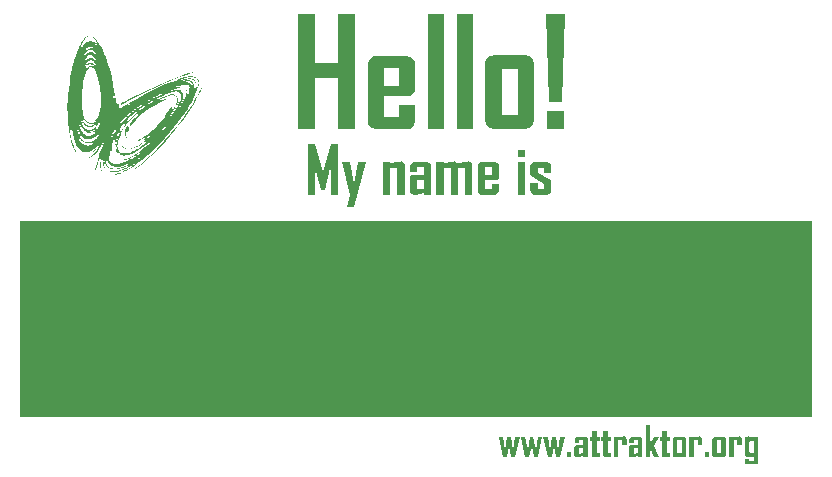
<source format=gbr>
%TF.GenerationSoftware,KiCad,Pcbnew,8.0.7*%
%TF.CreationDate,2025-01-17T21:34:44+01:00*%
%TF.ProjectId,SAO_HelloMyNameIs,53414f5f-4865-46c6-9c6f-4d794e616d65,rev?*%
%TF.SameCoordinates,Original*%
%TF.FileFunction,Legend,Top*%
%TF.FilePolarity,Positive*%
%FSLAX46Y46*%
G04 Gerber Fmt 4.6, Leading zero omitted, Abs format (unit mm)*
G04 Created by KiCad (PCBNEW 8.0.7) date 2025-01-17 21:34:44*
%MOMM*%
%LPD*%
G01*
G04 APERTURE LIST*
%ADD10C,0.000000*%
%ADD11C,0.100000*%
%ADD12C,0.200000*%
%ADD13C,0.300000*%
%ADD14C,0.500000*%
%ADD15C,1.500000*%
G04 APERTURE END LIST*
D10*
G36*
X92746268Y-79744632D02*
G01*
X92689255Y-79802155D01*
X92644808Y-79845362D01*
X92611971Y-79875555D01*
X92589790Y-79894038D01*
X92577309Y-79902113D01*
X92574408Y-79902655D01*
X92573574Y-79901083D01*
X92574687Y-79897560D01*
X92577629Y-79892250D01*
X92588521Y-79876918D01*
X92605294Y-79856388D01*
X92626993Y-79831964D01*
X92652664Y-79804949D01*
X92681351Y-79776644D01*
X92712100Y-79748354D01*
X92743955Y-79721380D01*
X92775963Y-79697025D01*
X92807167Y-79676592D01*
X92746268Y-79744632D01*
G37*
G36*
X92218237Y-70074021D02*
G01*
X92173759Y-70096888D01*
X92131185Y-70122182D01*
X92090443Y-70149788D01*
X92051459Y-70179589D01*
X92014160Y-70211470D01*
X91978473Y-70245316D01*
X91944325Y-70281010D01*
X91880353Y-70357480D01*
X91821659Y-70439954D01*
X91767658Y-70527508D01*
X91717766Y-70619213D01*
X91671397Y-70714144D01*
X91627966Y-70811376D01*
X91547579Y-71009035D01*
X91471927Y-71204781D01*
X91396329Y-71391206D01*
X91359891Y-71492593D01*
X91335186Y-71568543D01*
X91321047Y-71621222D01*
X91316309Y-71652798D01*
X91317100Y-71661349D01*
X91319804Y-71665437D01*
X91324274Y-71665332D01*
X91330365Y-71661305D01*
X91346827Y-71642571D01*
X91368021Y-71611401D01*
X91392781Y-71569961D01*
X91419940Y-71520419D01*
X91476790Y-71405694D01*
X91504147Y-71344846D01*
X91529236Y-71284562D01*
X91550891Y-71227011D01*
X91567944Y-71174358D01*
X91622036Y-71049083D01*
X91636059Y-71020551D01*
X91591972Y-71140599D01*
X91557897Y-71232623D01*
X91531827Y-71308274D01*
X91525549Y-71331122D01*
X91524757Y-71337256D01*
X91525779Y-71339274D01*
X91534020Y-71329193D01*
X91537365Y-71323192D01*
X91930254Y-71323192D01*
X91931923Y-71326045D01*
X91937665Y-71325623D01*
X91960371Y-71316250D01*
X91996375Y-71297672D01*
X92100290Y-71243295D01*
X92164207Y-71212694D01*
X92233436Y-71183283D01*
X92305979Y-71157661D01*
X92342869Y-71147083D01*
X92379839Y-71138428D01*
X92416639Y-71132019D01*
X92453020Y-71128181D01*
X92488732Y-71127240D01*
X92523525Y-71129520D01*
X92557150Y-71135347D01*
X92589357Y-71145045D01*
X92619898Y-71158938D01*
X92648521Y-71177353D01*
X92674977Y-71200613D01*
X92699018Y-71229043D01*
X92720392Y-71262969D01*
X92738852Y-71302716D01*
X92733338Y-71271975D01*
X92724703Y-71242658D01*
X92713134Y-71214816D01*
X92698822Y-71188502D01*
X92681956Y-71163767D01*
X92662725Y-71140664D01*
X92641318Y-71119244D01*
X92617926Y-71099560D01*
X92592736Y-71081664D01*
X92565938Y-71065607D01*
X92537722Y-71051442D01*
X92508276Y-71039220D01*
X92477791Y-71028993D01*
X92446455Y-71020815D01*
X92414458Y-71014735D01*
X92381989Y-71010808D01*
X92349237Y-71009083D01*
X92316392Y-71009615D01*
X92283642Y-71012454D01*
X92251178Y-71017652D01*
X92219188Y-71025262D01*
X92187862Y-71035335D01*
X92157389Y-71047924D01*
X92127958Y-71063081D01*
X92099758Y-71080857D01*
X92072980Y-71101305D01*
X92047812Y-71124476D01*
X92024443Y-71150422D01*
X92003063Y-71179196D01*
X91983861Y-71210850D01*
X91967026Y-71245435D01*
X91952748Y-71283004D01*
X91940134Y-71306357D01*
X91932908Y-71316737D01*
X91930254Y-71323192D01*
X91537365Y-71323192D01*
X91551772Y-71297344D01*
X91569120Y-71241262D01*
X91589810Y-71185641D01*
X91613663Y-71130714D01*
X91640499Y-71076713D01*
X91670141Y-71023870D01*
X91702409Y-70972418D01*
X91737124Y-70922588D01*
X91774107Y-70874612D01*
X91813178Y-70828723D01*
X91854160Y-70785152D01*
X91896872Y-70744132D01*
X91941136Y-70705895D01*
X91986773Y-70670673D01*
X92033604Y-70638699D01*
X92081449Y-70610203D01*
X92130131Y-70585419D01*
X92179468Y-70564578D01*
X92229284Y-70547912D01*
X92279398Y-70535655D01*
X92329632Y-70528037D01*
X92379806Y-70525291D01*
X92429742Y-70527648D01*
X92479260Y-70535342D01*
X92528182Y-70548604D01*
X92576328Y-70567667D01*
X92623519Y-70592761D01*
X92669577Y-70624121D01*
X92714323Y-70661976D01*
X92757576Y-70706561D01*
X92799160Y-70758106D01*
X92838893Y-70816845D01*
X92876597Y-70883008D01*
X92931887Y-70964460D01*
X92973481Y-71022755D01*
X93002548Y-71060042D01*
X93020261Y-71078472D01*
X93025224Y-71081288D01*
X93027788Y-71080195D01*
X93028098Y-71075463D01*
X93026301Y-71067361D01*
X93016969Y-71042119D01*
X93000964Y-71006620D01*
X92953614Y-70913452D01*
X92893614Y-70805056D01*
X92830326Y-70698634D01*
X92800376Y-70651538D01*
X92773115Y-70611386D01*
X92814583Y-70650201D01*
X92856624Y-70698967D01*
X92899107Y-70756591D01*
X92941897Y-70821979D01*
X92984861Y-70894036D01*
X93027866Y-70971668D01*
X93113466Y-71139280D01*
X93430847Y-71813902D01*
X93368562Y-71622686D01*
X93300443Y-71431482D01*
X93226037Y-71241332D01*
X93144891Y-71053284D01*
X93101649Y-70960373D01*
X93056553Y-70868380D01*
X93009544Y-70777435D01*
X92960568Y-70687667D01*
X92909567Y-70599209D01*
X92856485Y-70512190D01*
X92801264Y-70426741D01*
X92743849Y-70342992D01*
X92681867Y-70286790D01*
X92634078Y-70239733D01*
X92599412Y-70201495D01*
X92586665Y-70185582D01*
X92576798Y-70171752D01*
X92569675Y-70159964D01*
X92565164Y-70150176D01*
X92563131Y-70142350D01*
X92563441Y-70136443D01*
X92565961Y-70132415D01*
X92570557Y-70130226D01*
X92577095Y-70129834D01*
X92585441Y-70131198D01*
X92595462Y-70134279D01*
X92607023Y-70139035D01*
X92634231Y-70153410D01*
X92665995Y-70173997D01*
X92701243Y-70200471D01*
X92738905Y-70232505D01*
X92777910Y-70269773D01*
X92817187Y-70311950D01*
X92855665Y-70358709D01*
X92871212Y-70373664D01*
X92888127Y-70393174D01*
X92925452Y-70444120D01*
X92966431Y-70508076D01*
X93009852Y-70581572D01*
X93099179Y-70743304D01*
X93183746Y-70901554D01*
X93253869Y-71028562D01*
X93280486Y-71071675D01*
X93299860Y-71096566D01*
X93306452Y-71101094D01*
X93310780Y-71099766D01*
X93312691Y-71092147D01*
X93312034Y-71077805D01*
X93302413Y-71027211D01*
X93280705Y-70944516D01*
X93421329Y-71263491D01*
X93551724Y-71586777D01*
X93672939Y-71913775D01*
X93786025Y-72243887D01*
X93892032Y-72576513D01*
X93992010Y-72911055D01*
X94087009Y-73246915D01*
X94178079Y-73583494D01*
X94291941Y-74162693D01*
X94401026Y-74743956D01*
X94613217Y-75907133D01*
X94642846Y-75885617D01*
X94668983Y-75870133D01*
X94691861Y-75860272D01*
X94711714Y-75855627D01*
X94728774Y-75855788D01*
X94743273Y-75860346D01*
X94755446Y-75868893D01*
X94765526Y-75881019D01*
X94773744Y-75896317D01*
X94780334Y-75914378D01*
X94789563Y-75957152D01*
X94795077Y-76006070D01*
X94798738Y-76057865D01*
X94802412Y-76109265D01*
X94807963Y-76157000D01*
X94817253Y-76197802D01*
X94823883Y-76214580D01*
X94832147Y-76228399D01*
X94842278Y-76238850D01*
X94854509Y-76245523D01*
X94869074Y-76248011D01*
X94886204Y-76245904D01*
X94906133Y-76238793D01*
X94929094Y-76226271D01*
X94955319Y-76207927D01*
X94985043Y-76183354D01*
X95040821Y-76130640D01*
X95059790Y-76114904D01*
X95260384Y-76114904D01*
X95336502Y-76086937D01*
X95414686Y-76053049D01*
X95494716Y-76013929D01*
X95576370Y-75970264D01*
X95659427Y-75922745D01*
X95743665Y-75872058D01*
X95914801Y-75763941D01*
X96261520Y-75540009D01*
X96433565Y-75435214D01*
X96518484Y-75387020D01*
X96602373Y-75342546D01*
X96456269Y-75407163D01*
X96294988Y-75486502D01*
X96123027Y-75577761D01*
X95944882Y-75678142D01*
X95765049Y-75784846D01*
X95588024Y-75895074D01*
X95418304Y-76006026D01*
X95260384Y-76114904D01*
X95059790Y-76114904D01*
X95100608Y-76081043D01*
X95163974Y-76034160D01*
X95230489Y-75989585D01*
X95299722Y-75946912D01*
X95371241Y-75905736D01*
X95519418Y-75826253D01*
X95824259Y-75667409D01*
X95899725Y-75625359D01*
X95974031Y-75581561D01*
X96046748Y-75535612D01*
X96117443Y-75487104D01*
X97141158Y-74949531D01*
X97658503Y-74689617D01*
X98180586Y-74439547D01*
X98708218Y-74202271D01*
X99242207Y-73980735D01*
X99313884Y-73953867D01*
X100385335Y-73953867D01*
X100412162Y-73954342D01*
X100439738Y-73956271D01*
X100467936Y-73959634D01*
X100496634Y-73964414D01*
X100555023Y-73978149D01*
X100613907Y-73997326D01*
X100643222Y-74008909D01*
X100672285Y-74021796D01*
X100700972Y-74035970D01*
X100729158Y-74051411D01*
X100756718Y-74068101D01*
X100783526Y-74086022D01*
X100809459Y-74105155D01*
X100834390Y-74125480D01*
X100858195Y-74146980D01*
X100880749Y-74169636D01*
X100901928Y-74193430D01*
X100921605Y-74218342D01*
X100939656Y-74244355D01*
X100955957Y-74271449D01*
X100970382Y-74299606D01*
X100982806Y-74328807D01*
X100993104Y-74359034D01*
X101001151Y-74390268D01*
X101006823Y-74422491D01*
X101009994Y-74455684D01*
X101010540Y-74489828D01*
X101008335Y-74524905D01*
X101003255Y-74560896D01*
X100995174Y-74597783D01*
X100990321Y-74715831D01*
X101015495Y-74688317D01*
X101037058Y-74658298D01*
X101055089Y-74626049D01*
X101069663Y-74591844D01*
X101080858Y-74555957D01*
X101088749Y-74518663D01*
X101093413Y-74480236D01*
X101094928Y-74440950D01*
X101093368Y-74401080D01*
X101088812Y-74360900D01*
X101081335Y-74320685D01*
X101071015Y-74280708D01*
X101057927Y-74241245D01*
X101042148Y-74202570D01*
X101023756Y-74164956D01*
X101002826Y-74128679D01*
X100979435Y-74094012D01*
X100953660Y-74061231D01*
X100925577Y-74030609D01*
X100895262Y-74002421D01*
X100862794Y-73976940D01*
X100828247Y-73954443D01*
X100791698Y-73935202D01*
X100753225Y-73919493D01*
X100712904Y-73907589D01*
X100670811Y-73899765D01*
X100627023Y-73896296D01*
X100581616Y-73897455D01*
X100534667Y-73903518D01*
X100486253Y-73914757D01*
X100436450Y-73931449D01*
X100385335Y-73953867D01*
X99313884Y-73953867D01*
X99548682Y-73865855D01*
X100198621Y-73865855D01*
X100201337Y-73869586D01*
X100210979Y-73872160D01*
X100228005Y-73873437D01*
X100286042Y-73871545D01*
X100379118Y-73862797D01*
X100453167Y-73846705D01*
X100523088Y-73835923D01*
X100588951Y-73830249D01*
X100650824Y-73829480D01*
X100708779Y-73833413D01*
X100762884Y-73841846D01*
X100813209Y-73854575D01*
X100859823Y-73871397D01*
X100902796Y-73892110D01*
X100942198Y-73916511D01*
X100978098Y-73944396D01*
X101010565Y-73975564D01*
X101039669Y-74009811D01*
X101065480Y-74046934D01*
X101088067Y-74086730D01*
X101107500Y-74128997D01*
X101123848Y-74173532D01*
X101137181Y-74220132D01*
X101147568Y-74268593D01*
X101155079Y-74318714D01*
X101159784Y-74370290D01*
X101161751Y-74423120D01*
X101157753Y-74531729D01*
X101143640Y-74642917D01*
X101119971Y-74755060D01*
X101087300Y-74866537D01*
X101046184Y-74975723D01*
X101069094Y-74946909D01*
X101096730Y-74902339D01*
X101127413Y-74844118D01*
X101159467Y-74774352D01*
X101191213Y-74695146D01*
X101220973Y-74608605D01*
X101247071Y-74516835D01*
X101267827Y-74421942D01*
X101281566Y-74326031D01*
X101285279Y-74278351D01*
X101286608Y-74231207D01*
X101285344Y-74184861D01*
X101281277Y-74139576D01*
X101274197Y-74095616D01*
X101263894Y-74053244D01*
X101250160Y-74012723D01*
X101232783Y-73974316D01*
X101211554Y-73938286D01*
X101186264Y-73904897D01*
X101156703Y-73874412D01*
X101122662Y-73847093D01*
X101083929Y-73823205D01*
X101040297Y-73803010D01*
X101018897Y-73790496D01*
X100992960Y-73780300D01*
X100962943Y-73772284D01*
X100929307Y-73766307D01*
X100853005Y-73759919D01*
X100767723Y-73760024D01*
X100677130Y-73765508D01*
X100584893Y-73775260D01*
X100494680Y-73788167D01*
X100410160Y-73803118D01*
X100335001Y-73818999D01*
X100272871Y-73834699D01*
X100227438Y-73849105D01*
X100202371Y-73861105D01*
X100198621Y-73865855D01*
X99548682Y-73865855D01*
X99769498Y-73783083D01*
X100033134Y-73783083D01*
X100036094Y-73787469D01*
X100042868Y-73790299D01*
X100066947Y-73791740D01*
X100103550Y-73788307D01*
X100207045Y-73770404D01*
X100338786Y-73743777D01*
X100484206Y-73715610D01*
X100557494Y-73703193D01*
X100628738Y-73693087D01*
X100696120Y-73686187D01*
X100757816Y-73683393D01*
X100812008Y-73685603D01*
X100835720Y-73688865D01*
X100856873Y-73693714D01*
X100928452Y-73706245D01*
X100993412Y-73723888D01*
X101051985Y-73746369D01*
X101104404Y-73773416D01*
X101150902Y-73804756D01*
X101191712Y-73840117D01*
X101227067Y-73879225D01*
X101257199Y-73921808D01*
X101282342Y-73967593D01*
X101302729Y-74016308D01*
X101318591Y-74067680D01*
X101330162Y-74121435D01*
X101337675Y-74177302D01*
X101341363Y-74235007D01*
X101341459Y-74294278D01*
X101338194Y-74354842D01*
X101322518Y-74478758D01*
X101296198Y-74604574D01*
X101261096Y-74730107D01*
X101219075Y-74853175D01*
X101171998Y-74971597D01*
X101121728Y-75083191D01*
X101070127Y-75185775D01*
X101019059Y-75277167D01*
X101028107Y-75277056D01*
X101038249Y-75272903D01*
X101049407Y-75264918D01*
X101061504Y-75253313D01*
X101088205Y-75220088D01*
X101117733Y-75174920D01*
X101149468Y-75119499D01*
X101182793Y-75055516D01*
X101251732Y-74908631D01*
X101319600Y-74747795D01*
X101381444Y-74586536D01*
X101432312Y-74438384D01*
X101452082Y-74373450D01*
X101467252Y-74316867D01*
X101493179Y-74241462D01*
X101511550Y-74170523D01*
X101522707Y-74103966D01*
X101526992Y-74041708D01*
X101524746Y-73983665D01*
X101516311Y-73929754D01*
X101502030Y-73879891D01*
X101482243Y-73833994D01*
X101457292Y-73791978D01*
X101427520Y-73753759D01*
X101393267Y-73719255D01*
X101354876Y-73688382D01*
X101312688Y-73661056D01*
X101267046Y-73637194D01*
X101218291Y-73616713D01*
X101166764Y-73599528D01*
X101112807Y-73585557D01*
X101056763Y-73574715D01*
X100998972Y-73566920D01*
X100939777Y-73562088D01*
X100818540Y-73560979D01*
X100695787Y-73570719D01*
X100574251Y-73590640D01*
X100456667Y-73620075D01*
X100345767Y-73658356D01*
X100244286Y-73704814D01*
X100126504Y-73740150D01*
X100039565Y-73769196D01*
X100034215Y-73777030D01*
X100033134Y-73783083D01*
X99769498Y-73783083D01*
X99783364Y-73777886D01*
X100056884Y-73684391D01*
X100332499Y-73596673D01*
X100380591Y-73576529D01*
X100430830Y-73558542D01*
X100482934Y-73542757D01*
X100536622Y-73529217D01*
X100591615Y-73517967D01*
X100647631Y-73509050D01*
X100704390Y-73502510D01*
X100761612Y-73498391D01*
X100819016Y-73496736D01*
X100876322Y-73497591D01*
X100933248Y-73500998D01*
X100989514Y-73507002D01*
X101044840Y-73515646D01*
X101098946Y-73526975D01*
X101151550Y-73541032D01*
X101202372Y-73557861D01*
X101251132Y-73577506D01*
X101297549Y-73600011D01*
X101341342Y-73625420D01*
X101382231Y-73653777D01*
X101419935Y-73685125D01*
X101454174Y-73719509D01*
X101484668Y-73756972D01*
X101511135Y-73797559D01*
X101533295Y-73841313D01*
X101550867Y-73888278D01*
X101563572Y-73938498D01*
X101571128Y-73992018D01*
X101573255Y-74048880D01*
X101569672Y-74109128D01*
X101560099Y-74172808D01*
X101544256Y-74239962D01*
X101486044Y-74456340D01*
X101417689Y-74668617D01*
X101339957Y-74877029D01*
X101253615Y-75081811D01*
X101159431Y-75283199D01*
X101058171Y-75481428D01*
X100950602Y-75676735D01*
X100837491Y-75869355D01*
X100719606Y-76059523D01*
X100597712Y-76247476D01*
X100344969Y-76617676D01*
X99825134Y-77341856D01*
X99825133Y-77341858D01*
X99655670Y-77562727D01*
X99483356Y-77781378D01*
X99308211Y-77997770D01*
X99130259Y-78211858D01*
X98689613Y-78712040D01*
X98235397Y-79204009D01*
X98002413Y-79445070D01*
X97765089Y-79681866D01*
X97523112Y-79913659D01*
X97276166Y-80139713D01*
X97023936Y-80359289D01*
X96766106Y-80571650D01*
X96502360Y-80776060D01*
X96232385Y-80971781D01*
X95955863Y-81158075D01*
X95672481Y-81334205D01*
X95381922Y-81499434D01*
X95083871Y-81653025D01*
X95060904Y-81671898D01*
X95032324Y-81690172D01*
X94998679Y-81707826D01*
X94960519Y-81724840D01*
X94872841Y-81756861D01*
X94773676Y-81786067D01*
X94667410Y-81812292D01*
X94558428Y-81835366D01*
X94349862Y-81871396D01*
X94183060Y-81892814D01*
X94126286Y-81897626D01*
X94093111Y-81898281D01*
X94086743Y-81896999D01*
X94087919Y-81894614D01*
X94115097Y-81886456D01*
X94179031Y-81873639D01*
X94284106Y-81855996D01*
X94500586Y-81800427D01*
X94712450Y-81733267D01*
X94919843Y-81655287D01*
X95122905Y-81567257D01*
X95321781Y-81469948D01*
X95516613Y-81364128D01*
X95707542Y-81250569D01*
X95894713Y-81130041D01*
X96078267Y-81003314D01*
X96258347Y-80871158D01*
X96435095Y-80734343D01*
X96608656Y-80593640D01*
X96779170Y-80449819D01*
X96946781Y-80303650D01*
X97273862Y-80007349D01*
X96556471Y-80562640D01*
X96374818Y-80698392D01*
X96190494Y-80830376D01*
X96002624Y-80957321D01*
X95907086Y-81018507D01*
X95810334Y-81077957D01*
X95597784Y-81202075D01*
X95487511Y-81262584D01*
X95374899Y-81320903D01*
X95260196Y-81376166D01*
X95143647Y-81427504D01*
X95025496Y-81474050D01*
X94905991Y-81514937D01*
X94785377Y-81549297D01*
X94663900Y-81576263D01*
X94541805Y-81594967D01*
X94419338Y-81604542D01*
X94296745Y-81604121D01*
X94235478Y-81599891D01*
X94174272Y-81592836D01*
X94113157Y-81582849D01*
X94052164Y-81569820D01*
X93991324Y-81553642D01*
X93930667Y-81534206D01*
X93995185Y-81545762D01*
X94059878Y-81554348D01*
X94124714Y-81560062D01*
X94189662Y-81563004D01*
X94319769Y-81560967D01*
X94449950Y-81549030D01*
X94579954Y-81527986D01*
X94709532Y-81498627D01*
X94838435Y-81461747D01*
X94966412Y-81418139D01*
X95093213Y-81368595D01*
X95218590Y-81313909D01*
X95342292Y-81254873D01*
X95464069Y-81192281D01*
X95583672Y-81126926D01*
X95700852Y-81059600D01*
X95926939Y-80922209D01*
X96002469Y-80874005D01*
X96109613Y-80800232D01*
X96232248Y-80712409D01*
X96354253Y-80622055D01*
X96459507Y-80540690D01*
X96500813Y-80506977D01*
X96531886Y-80479832D01*
X96550710Y-80460693D01*
X96554899Y-80454575D01*
X96555270Y-80451000D01*
X96551572Y-80450146D01*
X96543551Y-80452194D01*
X96513537Y-80465714D01*
X95976357Y-80815306D01*
X95837160Y-80900687D01*
X95695942Y-80982879D01*
X95552672Y-81060689D01*
X95407320Y-81132927D01*
X95259856Y-81198400D01*
X95110249Y-81255917D01*
X94958470Y-81304285D01*
X94804489Y-81342315D01*
X94648274Y-81368814D01*
X94569319Y-81377367D01*
X94489795Y-81382590D01*
X94409698Y-81384335D01*
X94329023Y-81382452D01*
X94247767Y-81376793D01*
X94165927Y-81367208D01*
X94111639Y-81352893D01*
X94060535Y-81335267D01*
X94012533Y-81314480D01*
X93967551Y-81290684D01*
X93925508Y-81264029D01*
X93886321Y-81234667D01*
X93849910Y-81202748D01*
X93816192Y-81168424D01*
X93785087Y-81131846D01*
X93756511Y-81093164D01*
X93730385Y-81052530D01*
X93706625Y-81010095D01*
X93685150Y-80966009D01*
X93665879Y-80920425D01*
X93633621Y-80825361D01*
X93609197Y-80726113D01*
X93591955Y-80623889D01*
X93581240Y-80519896D01*
X93579006Y-80471658D01*
X93663925Y-80471658D01*
X93664472Y-80548143D01*
X93668172Y-80618269D01*
X93675361Y-80679961D01*
X93686375Y-80731147D01*
X93700270Y-80805254D01*
X93719290Y-80873577D01*
X93743171Y-80936281D01*
X93771649Y-80993534D01*
X93804459Y-81045504D01*
X93841338Y-81092356D01*
X93882020Y-81134258D01*
X93926243Y-81171378D01*
X93973741Y-81203881D01*
X94024251Y-81231936D01*
X94077509Y-81255708D01*
X94133249Y-81275366D01*
X94191209Y-81291075D01*
X94251124Y-81303004D01*
X94312729Y-81311319D01*
X94375760Y-81316187D01*
X94439954Y-81317775D01*
X94505047Y-81316251D01*
X94636868Y-81304531D01*
X94769113Y-81282363D01*
X94899666Y-81251085D01*
X95026414Y-81212031D01*
X95147245Y-81166539D01*
X95260044Y-81115943D01*
X95362698Y-81061581D01*
X95482313Y-81000770D01*
X95541805Y-80969753D01*
X95600931Y-80938039D01*
X95596867Y-80931904D01*
X95588728Y-80928513D01*
X95576716Y-80927679D01*
X95561035Y-80929212D01*
X95519477Y-80938621D01*
X95465676Y-80955227D01*
X95160507Y-81063320D01*
X95069841Y-81093190D01*
X94976671Y-81121170D01*
X94882621Y-81145745D01*
X94789315Y-81165401D01*
X94698374Y-81178624D01*
X94611424Y-81183899D01*
X94569952Y-81183083D01*
X94530086Y-81179712D01*
X94492030Y-81173597D01*
X94455985Y-81164548D01*
X94395084Y-81156538D01*
X94337363Y-81144650D01*
X94282761Y-81129051D01*
X94231215Y-81109908D01*
X94182666Y-81087387D01*
X94137052Y-81061656D01*
X94094312Y-81032882D01*
X94054384Y-81001232D01*
X94017208Y-80966873D01*
X93982722Y-80929972D01*
X93950865Y-80890695D01*
X93921577Y-80849211D01*
X93894795Y-80805685D01*
X93870458Y-80760285D01*
X93848506Y-80713178D01*
X93828877Y-80664530D01*
X93796345Y-80563283D01*
X93781152Y-80496485D01*
X93963591Y-80496485D01*
X93964148Y-80540785D01*
X93970746Y-80583082D01*
X93982957Y-80623351D01*
X94000352Y-80661568D01*
X94022502Y-80697708D01*
X94048980Y-80731746D01*
X94079356Y-80763658D01*
X94113202Y-80793419D01*
X94150090Y-80821004D01*
X94189591Y-80846389D01*
X94231277Y-80869549D01*
X94274718Y-80890460D01*
X94319487Y-80909097D01*
X94365155Y-80925434D01*
X94411293Y-80939449D01*
X94457474Y-80951115D01*
X94503267Y-80960409D01*
X94548246Y-80967305D01*
X94591981Y-80971779D01*
X94634044Y-80973807D01*
X94674006Y-80973364D01*
X94711439Y-80970424D01*
X94745914Y-80964964D01*
X94777003Y-80956959D01*
X94804277Y-80946384D01*
X94827309Y-80933215D01*
X94845668Y-80917427D01*
X94858927Y-80898994D01*
X94866657Y-80877894D01*
X94868430Y-80854101D01*
X95016454Y-80816772D01*
X95162580Y-80773296D01*
X95306742Y-80723944D01*
X95448877Y-80668991D01*
X95588922Y-80608709D01*
X95726811Y-80543372D01*
X95862483Y-80473254D01*
X95995871Y-80398628D01*
X96126913Y-80319768D01*
X96255544Y-80236945D01*
X96381701Y-80150435D01*
X96505320Y-80060511D01*
X96626336Y-79967445D01*
X96744686Y-79871512D01*
X96860306Y-79772984D01*
X96973131Y-79672136D01*
X96499035Y-79993011D01*
X96255166Y-80148256D01*
X96130981Y-80221883D01*
X96005089Y-80291818D01*
X95877334Y-80357291D01*
X95747561Y-80417532D01*
X95615614Y-80471768D01*
X95481337Y-80519230D01*
X95344575Y-80559147D01*
X95205172Y-80590749D01*
X95062972Y-80613263D01*
X94917821Y-80625920D01*
X95429225Y-80473844D01*
X95613836Y-80409692D01*
X95705413Y-80374218D01*
X95794264Y-80336605D01*
X95878708Y-80296947D01*
X95957064Y-80255339D01*
X96027654Y-80211876D01*
X96088795Y-80166653D01*
X96088794Y-80166653D01*
X96383101Y-79963458D01*
X96671787Y-79751640D01*
X96954642Y-79531468D01*
X97231455Y-79303213D01*
X97502014Y-79067142D01*
X97766109Y-78823526D01*
X98023527Y-78572634D01*
X98274057Y-78314735D01*
X98517490Y-78050098D01*
X98753612Y-77778992D01*
X98982213Y-77501687D01*
X99203082Y-77218452D01*
X99416008Y-76929556D01*
X99620779Y-76635268D01*
X99817184Y-76335858D01*
X100005012Y-76031595D01*
X100372715Y-75323846D01*
X100412159Y-75232077D01*
X100446271Y-75139495D01*
X100473886Y-75046074D01*
X100484893Y-74999042D01*
X100493839Y-74951791D01*
X100500578Y-74904319D01*
X100504964Y-74856622D01*
X100506853Y-74808698D01*
X100506097Y-74760542D01*
X100502553Y-74712154D01*
X100496073Y-74663528D01*
X100486512Y-74614662D01*
X100473726Y-74565554D01*
X100492270Y-74601311D01*
X100508065Y-74637682D01*
X100521221Y-74674628D01*
X100531851Y-74712111D01*
X100540066Y-74750091D01*
X100545978Y-74788530D01*
X100549699Y-74827389D01*
X100551340Y-74866630D01*
X100551013Y-74906214D01*
X100548830Y-74946102D01*
X100539342Y-75026636D01*
X100523770Y-75107923D01*
X100503007Y-75189653D01*
X100477949Y-75271516D01*
X100449487Y-75353203D01*
X100418516Y-75434404D01*
X100385930Y-75514809D01*
X100257310Y-75822286D01*
X100281791Y-75785812D01*
X100309043Y-75741617D01*
X100369909Y-75633453D01*
X100436003Y-75504576D01*
X100503421Y-75361763D01*
X100568260Y-75211794D01*
X100626615Y-75061450D01*
X100652142Y-74988255D01*
X100674583Y-74917508D01*
X100693452Y-74850057D01*
X100708259Y-74786750D01*
X100696970Y-74753359D01*
X100688355Y-74722942D01*
X100682218Y-74695311D01*
X100678360Y-74670278D01*
X100676584Y-74647658D01*
X100676692Y-74627262D01*
X100678488Y-74608905D01*
X100681774Y-74592400D01*
X100686352Y-74577560D01*
X100692025Y-74564197D01*
X100698596Y-74552125D01*
X100705866Y-74541157D01*
X100721717Y-74521787D01*
X100737998Y-74504590D01*
X100753129Y-74488073D01*
X100759770Y-74479602D01*
X100765532Y-74470741D01*
X100770216Y-74461301D01*
X100773625Y-74451097D01*
X100775563Y-74439942D01*
X100775831Y-74427649D01*
X100774232Y-74414031D01*
X100770568Y-74398901D01*
X100764643Y-74382072D01*
X100756258Y-74363357D01*
X100745217Y-74342570D01*
X100731321Y-74319524D01*
X100714373Y-74294032D01*
X100694176Y-74265906D01*
X100656044Y-74258386D01*
X100613108Y-74252798D01*
X100565705Y-74249091D01*
X100514171Y-74247214D01*
X100458845Y-74247117D01*
X100400062Y-74248747D01*
X100273474Y-74256989D01*
X100137105Y-74271532D01*
X99993648Y-74291968D01*
X99845800Y-74317890D01*
X99696255Y-74348890D01*
X99523377Y-74407226D01*
X99482054Y-74423596D01*
X99466622Y-74432877D01*
X99467633Y-74435197D01*
X99473940Y-74436151D01*
X99500869Y-74434500D01*
X99600998Y-74420751D01*
X99741890Y-74400288D01*
X99898425Y-74381767D01*
X99974709Y-74375939D01*
X100045484Y-74373843D01*
X100107610Y-74376561D01*
X100157947Y-74385174D01*
X100349973Y-74438091D01*
X100365193Y-74442712D01*
X100369288Y-74444783D01*
X100348085Y-74443061D01*
X100294328Y-74436493D01*
X100215977Y-74428651D01*
X100170067Y-74425369D01*
X100120995Y-74423107D01*
X100069755Y-74422312D01*
X100017343Y-74423430D01*
X99757314Y-74485796D01*
X99500064Y-74557193D01*
X99245573Y-74637158D01*
X98993824Y-74725229D01*
X98744798Y-74820943D01*
X98498478Y-74923839D01*
X98254845Y-75033454D01*
X98013880Y-75149326D01*
X97775567Y-75270993D01*
X97539886Y-75397991D01*
X97306818Y-75529860D01*
X97076347Y-75666137D01*
X96623120Y-75950064D01*
X96180059Y-76246076D01*
X96096845Y-76296488D01*
X96017023Y-76350788D01*
X95940188Y-76408411D01*
X95865936Y-76468791D01*
X95793864Y-76531363D01*
X95723567Y-76595560D01*
X95586686Y-76726571D01*
X95452061Y-76857300D01*
X95384585Y-76921145D01*
X95316462Y-76983223D01*
X95247287Y-77042968D01*
X95176657Y-77099815D01*
X95104168Y-77153199D01*
X95029416Y-77202553D01*
X95006188Y-77231779D01*
X94985526Y-77259895D01*
X94967347Y-77286843D01*
X94951568Y-77312564D01*
X94938106Y-77337001D01*
X94926880Y-77360094D01*
X94917805Y-77381786D01*
X94910799Y-77402018D01*
X94905779Y-77420732D01*
X94902662Y-77437870D01*
X94901365Y-77453373D01*
X94901806Y-77467183D01*
X94903901Y-77479242D01*
X94907569Y-77489491D01*
X94912725Y-77497872D01*
X94919287Y-77504327D01*
X94927173Y-77508798D01*
X94936299Y-77511225D01*
X94946583Y-77511552D01*
X94957941Y-77509718D01*
X94970291Y-77505668D01*
X94983550Y-77499340D01*
X94997635Y-77490679D01*
X95012464Y-77479625D01*
X95027953Y-77466119D01*
X95044020Y-77450105D01*
X95060581Y-77431522D01*
X95077554Y-77410314D01*
X95094857Y-77386421D01*
X95112405Y-77359786D01*
X95130117Y-77330350D01*
X95147909Y-77298054D01*
X95307106Y-77128409D01*
X95471520Y-76963859D01*
X95640874Y-76804309D01*
X95814893Y-76649665D01*
X95993302Y-76499831D01*
X96175826Y-76354712D01*
X96362188Y-76214213D01*
X96552113Y-76078240D01*
X96745326Y-75946696D01*
X96941551Y-75819488D01*
X97140512Y-75696519D01*
X97341934Y-75577696D01*
X97545541Y-75462922D01*
X97751058Y-75352104D01*
X98166719Y-75141951D01*
X98614153Y-74951951D01*
X98844274Y-74858633D01*
X98960674Y-74815670D01*
X99077866Y-74776420D01*
X99195776Y-74741818D01*
X99314329Y-74712800D01*
X99433450Y-74690302D01*
X99553065Y-74675260D01*
X99673098Y-74668610D01*
X99793474Y-74671288D01*
X99853768Y-74676417D01*
X99914119Y-74684230D01*
X99974519Y-74694842D01*
X100034958Y-74708371D01*
X100074308Y-74752224D01*
X100108270Y-74797369D01*
X100137070Y-74843720D01*
X100160936Y-74891192D01*
X100180094Y-74939699D01*
X100194774Y-74989156D01*
X100205201Y-75039477D01*
X100211604Y-75090576D01*
X100214209Y-75142369D01*
X100213244Y-75194770D01*
X100208937Y-75247692D01*
X100201515Y-75301051D01*
X100191204Y-75354761D01*
X100178234Y-75408736D01*
X100145222Y-75517141D01*
X100104297Y-75625582D01*
X100057279Y-75733373D01*
X100005986Y-75839832D01*
X99952238Y-75944273D01*
X99844653Y-76144366D01*
X99749077Y-76328179D01*
X99579679Y-76588781D01*
X99404119Y-76846106D01*
X99222369Y-77099712D01*
X99034398Y-77349160D01*
X98840178Y-77594009D01*
X98639679Y-77833818D01*
X98432873Y-78068148D01*
X98219729Y-78296557D01*
X98000219Y-78518605D01*
X97774314Y-78733852D01*
X97541984Y-78941857D01*
X97303200Y-79142179D01*
X97057932Y-79334379D01*
X96806152Y-79518016D01*
X96547831Y-79692649D01*
X96282938Y-79857838D01*
X96184855Y-79912021D01*
X96081083Y-79966019D01*
X95972593Y-80018359D01*
X95860352Y-80067572D01*
X95745329Y-80112185D01*
X95628495Y-80150729D01*
X95510817Y-80181732D01*
X95393265Y-80203723D01*
X95334839Y-80210880D01*
X95276807Y-80215232D01*
X95219292Y-80216596D01*
X95162413Y-80214788D01*
X95106293Y-80209623D01*
X95051052Y-80200919D01*
X94996811Y-80188491D01*
X94943692Y-80172155D01*
X94891816Y-80151728D01*
X94841303Y-80127025D01*
X94792275Y-80097863D01*
X94744854Y-80064058D01*
X94699159Y-80025426D01*
X94655313Y-79981783D01*
X94613436Y-79932946D01*
X94573649Y-79878730D01*
X94525803Y-79750186D01*
X94514066Y-79714512D01*
X94509472Y-79695273D01*
X94509623Y-79691198D01*
X94511283Y-79690492D01*
X94518762Y-79698195D01*
X94547779Y-79743156D01*
X94590629Y-79814359D01*
X94641417Y-79896008D01*
X94667945Y-79935813D01*
X94694248Y-79972306D01*
X94719588Y-80003511D01*
X94743229Y-80027456D01*
X94818358Y-80072757D01*
X94872110Y-80102976D01*
X94906697Y-80119444D01*
X94917497Y-80122938D01*
X94924336Y-80123495D01*
X94927492Y-80121279D01*
X94927241Y-80116459D01*
X94923860Y-80109201D01*
X94917627Y-80099671D01*
X94897707Y-80074462D01*
X94869698Y-80042164D01*
X94798268Y-79961634D01*
X94759277Y-79916067D01*
X94721054Y-79868740D01*
X94685815Y-79820988D01*
X94655774Y-79774142D01*
X94643395Y-79751475D01*
X94633146Y-79729534D01*
X94625303Y-79708486D01*
X94620145Y-79688498D01*
X94606406Y-79639329D01*
X94594996Y-79590022D01*
X94585838Y-79540600D01*
X94578858Y-79491087D01*
X94573980Y-79441507D01*
X94571127Y-79391884D01*
X94571150Y-79357948D01*
X94660959Y-79357948D01*
X94661915Y-79406293D01*
X94664923Y-79454223D01*
X94670076Y-79501577D01*
X94677466Y-79548195D01*
X94687183Y-79593917D01*
X94699321Y-79638583D01*
X94713971Y-79682033D01*
X94731224Y-79724106D01*
X94751172Y-79764643D01*
X94773908Y-79803483D01*
X94799522Y-79840466D01*
X94828108Y-79875433D01*
X94859756Y-79908222D01*
X94894558Y-79938674D01*
X94932606Y-79966629D01*
X94973992Y-79991926D01*
X95018807Y-80014406D01*
X95080378Y-80026117D01*
X95141585Y-80034522D01*
X95202425Y-80039746D01*
X95262894Y-80041911D01*
X95322988Y-80041143D01*
X95382703Y-80037564D01*
X95442036Y-80031299D01*
X95500982Y-80022473D01*
X95559539Y-80011208D01*
X95617701Y-79997629D01*
X95732827Y-79964025D01*
X95846331Y-79922653D01*
X95958181Y-79874504D01*
X96068347Y-79820571D01*
X96176799Y-79761844D01*
X96283504Y-79699317D01*
X96388434Y-79633981D01*
X96592840Y-79498849D01*
X96789772Y-79364384D01*
X97024076Y-79175627D01*
X97254573Y-78981495D01*
X97480957Y-78782038D01*
X97702918Y-78577304D01*
X97920150Y-78367340D01*
X98132344Y-78152193D01*
X98339192Y-77931913D01*
X98540387Y-77706547D01*
X98735621Y-77476143D01*
X98924585Y-77240749D01*
X99106973Y-77000412D01*
X99282476Y-76755181D01*
X99450785Y-76505104D01*
X99611595Y-76250228D01*
X99764595Y-75990601D01*
X99909479Y-75726272D01*
X99943678Y-75680575D01*
X99973646Y-75633796D01*
X99999466Y-75586165D01*
X100021222Y-75537911D01*
X100038999Y-75489261D01*
X100052881Y-75440445D01*
X100062951Y-75391692D01*
X100069293Y-75343230D01*
X100071993Y-75295288D01*
X100071132Y-75248095D01*
X100066796Y-75201880D01*
X100059069Y-75156871D01*
X100048034Y-75113298D01*
X100033776Y-75071389D01*
X100016378Y-75031372D01*
X99995925Y-74993477D01*
X99972500Y-74957933D01*
X99946188Y-74924968D01*
X99917072Y-74894811D01*
X99885236Y-74867690D01*
X99850765Y-74843836D01*
X99813743Y-74823475D01*
X99774253Y-74806838D01*
X99732379Y-74794152D01*
X99688206Y-74785648D01*
X99641818Y-74781552D01*
X99593298Y-74782095D01*
X99542730Y-74787506D01*
X99490199Y-74798011D01*
X99435788Y-74813842D01*
X99379582Y-74835226D01*
X99321664Y-74862392D01*
X99062381Y-74951597D01*
X98805289Y-75047718D01*
X98550612Y-75150681D01*
X98298579Y-75260410D01*
X98049416Y-75376832D01*
X97803350Y-75499872D01*
X97560608Y-75629453D01*
X97321416Y-75765503D01*
X97086001Y-75907946D01*
X96854590Y-76056707D01*
X96627411Y-76211712D01*
X96404688Y-76372886D01*
X96186650Y-76540154D01*
X95973524Y-76713442D01*
X95765535Y-76892674D01*
X95562911Y-77077776D01*
X95538723Y-77111678D01*
X95518450Y-77142314D01*
X95501907Y-77169778D01*
X95488911Y-77194166D01*
X95479278Y-77215571D01*
X95472824Y-77234088D01*
X95469366Y-77249812D01*
X95468720Y-77262837D01*
X95470702Y-77273258D01*
X95475128Y-77281169D01*
X95481814Y-77286665D01*
X95490577Y-77289840D01*
X95501232Y-77290790D01*
X95513597Y-77289607D01*
X95527487Y-77286388D01*
X95542719Y-77281227D01*
X95559108Y-77274218D01*
X95576471Y-77265455D01*
X95613385Y-77243048D01*
X95651989Y-77214762D01*
X95690813Y-77181353D01*
X95728387Y-77143579D01*
X95746247Y-77123290D01*
X95763242Y-77102194D01*
X95779189Y-77080385D01*
X95793906Y-77057957D01*
X95807207Y-77035004D01*
X95818909Y-77011622D01*
X95988816Y-76851356D01*
X96162964Y-76694804D01*
X96341269Y-76542317D01*
X96523644Y-76394246D01*
X96710007Y-76250945D01*
X96900270Y-76112765D01*
X97094349Y-75980058D01*
X97292160Y-75853177D01*
X97493617Y-75732473D01*
X97698635Y-75618298D01*
X97907128Y-75511005D01*
X98119013Y-75410946D01*
X98334204Y-75318472D01*
X98552615Y-75233937D01*
X98774162Y-75157691D01*
X98998760Y-75090087D01*
X99055979Y-75065850D01*
X99111749Y-75047058D01*
X99165975Y-75033503D01*
X99218559Y-75024974D01*
X99269405Y-75021262D01*
X99318415Y-75022157D01*
X99365493Y-75027449D01*
X99410541Y-75036928D01*
X99453464Y-75050384D01*
X99494164Y-75067608D01*
X99532544Y-75088390D01*
X99568507Y-75112519D01*
X99601957Y-75139786D01*
X99632797Y-75169982D01*
X99660929Y-75202896D01*
X99686257Y-75238318D01*
X99708684Y-75276039D01*
X99728113Y-75315848D01*
X99744448Y-75357537D01*
X99757590Y-75400894D01*
X99767445Y-75445711D01*
X99773914Y-75491777D01*
X99776900Y-75538883D01*
X99776307Y-75586818D01*
X99772039Y-75635373D01*
X99763997Y-75684338D01*
X99752086Y-75733504D01*
X99736208Y-75782660D01*
X99716267Y-75831596D01*
X99692165Y-75880103D01*
X99663806Y-75927970D01*
X99631093Y-75974989D01*
X99508440Y-76227201D01*
X99375282Y-76473683D01*
X99232086Y-76714338D01*
X99079315Y-76949067D01*
X98917434Y-77177775D01*
X98746908Y-77400364D01*
X98568201Y-77616737D01*
X98381779Y-77826796D01*
X98188105Y-78030446D01*
X97987645Y-78227589D01*
X97780862Y-78418127D01*
X97568223Y-78601965D01*
X97350191Y-78779004D01*
X97127232Y-78949148D01*
X96899809Y-79112299D01*
X96668388Y-79268362D01*
X96483327Y-79373644D01*
X96383736Y-79427307D01*
X96280494Y-79479557D01*
X96174393Y-79528824D01*
X96066226Y-79573535D01*
X95956784Y-79612122D01*
X95846859Y-79643012D01*
X95791963Y-79655081D01*
X95737243Y-79664636D01*
X95682799Y-79671482D01*
X95628729Y-79675422D01*
X95575133Y-79676261D01*
X95522109Y-79673801D01*
X95469756Y-79667846D01*
X95418174Y-79658200D01*
X95367461Y-79644667D01*
X95317716Y-79627050D01*
X95269039Y-79605153D01*
X95221529Y-79578780D01*
X95175284Y-79547734D01*
X95130403Y-79511819D01*
X95086986Y-79470839D01*
X95045131Y-79424596D01*
X95041061Y-79409694D01*
X95040349Y-79399125D01*
X95042830Y-79392588D01*
X95048341Y-79389784D01*
X95056716Y-79390413D01*
X95067791Y-79394173D01*
X95097384Y-79409888D01*
X95290880Y-79537961D01*
X95351458Y-79574269D01*
X95414287Y-79607490D01*
X95478050Y-79635219D01*
X95509872Y-79646273D01*
X95541434Y-79655054D01*
X95572573Y-79661260D01*
X95603123Y-79664593D01*
X95632920Y-79664750D01*
X95661800Y-79661433D01*
X95689599Y-79654340D01*
X95716151Y-79643171D01*
X95741294Y-79627627D01*
X95764861Y-79607406D01*
X95874321Y-79582079D01*
X95980841Y-79550277D01*
X96084600Y-79512511D01*
X96185773Y-79469289D01*
X96284537Y-79421123D01*
X96381069Y-79368521D01*
X96475544Y-79311995D01*
X96568140Y-79252053D01*
X96659033Y-79189206D01*
X96748400Y-79123963D01*
X96923261Y-78988331D01*
X97262434Y-78710757D01*
X97355784Y-78618853D01*
X97410481Y-78559583D01*
X97424839Y-78540910D01*
X97431339Y-78528865D01*
X97430584Y-78522937D01*
X97423174Y-78522616D01*
X97390800Y-78536752D01*
X97339032Y-78567192D01*
X97196574Y-78660652D01*
X97034316Y-78770334D01*
X96890779Y-78863575D01*
X96838068Y-78893823D01*
X96804481Y-78907714D01*
X96796363Y-78907249D01*
X96794833Y-78901164D01*
X96800491Y-78888947D01*
X96813939Y-78870090D01*
X96984261Y-78741746D01*
X97028615Y-78704882D01*
X97049251Y-78683705D01*
X97051492Y-78678408D01*
X97048784Y-78676324D01*
X97029829Y-78680851D01*
X96946914Y-78718069D01*
X96674289Y-78852266D01*
X96526419Y-78919014D01*
X96458748Y-78945688D01*
X96398738Y-78965375D01*
X96208073Y-79006690D01*
X96162233Y-79014663D01*
X96144681Y-79015104D01*
X96145409Y-79012715D01*
X96151885Y-79008703D01*
X96180312Y-78996155D01*
X96286714Y-78955385D01*
X96435635Y-78898331D01*
X96598823Y-78830533D01*
X96676938Y-78794337D01*
X96748026Y-78757532D01*
X96808555Y-78720811D01*
X96854993Y-78684865D01*
X97028311Y-78564277D01*
X97197831Y-78438134D01*
X97363437Y-78306632D01*
X97525015Y-78169968D01*
X97682449Y-78028340D01*
X97835624Y-77881943D01*
X97984425Y-77730975D01*
X98128737Y-77575633D01*
X98268445Y-77416112D01*
X98403434Y-77252610D01*
X98533589Y-77085324D01*
X98658794Y-76914450D01*
X98778934Y-76740185D01*
X98893895Y-76562726D01*
X99003561Y-76382270D01*
X99107817Y-76199012D01*
X99172786Y-76134795D01*
X99223560Y-76088396D01*
X99261446Y-76058387D01*
X99275966Y-76049082D01*
X99287754Y-76043338D01*
X99296975Y-76040978D01*
X99303792Y-76041821D01*
X99308369Y-76045690D01*
X99310869Y-76052406D01*
X99311456Y-76061790D01*
X99310294Y-76073664D01*
X99303376Y-76104165D01*
X99291423Y-76142481D01*
X99275744Y-76187183D01*
X99238444Y-76290026D01*
X99219440Y-76345309D01*
X99201946Y-76401262D01*
X99187269Y-76456453D01*
X99176720Y-76509456D01*
X99217614Y-76477335D01*
X99259518Y-76436772D01*
X99302009Y-76388617D01*
X99344666Y-76333722D01*
X99387067Y-76272939D01*
X99428790Y-76207118D01*
X99469413Y-76137110D01*
X99508515Y-76063768D01*
X99545673Y-75987943D01*
X99580465Y-75910485D01*
X99612470Y-75832246D01*
X99641266Y-75754077D01*
X99666430Y-75676830D01*
X99687542Y-75601355D01*
X99704179Y-75528505D01*
X99715919Y-75459131D01*
X99705925Y-75396852D01*
X99691100Y-75341378D01*
X99671711Y-75292432D01*
X99648025Y-75249737D01*
X99620309Y-75213017D01*
X99588830Y-75181996D01*
X99553855Y-75156398D01*
X99515652Y-75135944D01*
X99474487Y-75120360D01*
X99430628Y-75109369D01*
X99384341Y-75102694D01*
X99335894Y-75100059D01*
X99285554Y-75101187D01*
X99233588Y-75105802D01*
X99180264Y-75113627D01*
X99125847Y-75124387D01*
X99014807Y-75153601D01*
X98902605Y-75191234D01*
X98791378Y-75235073D01*
X98683263Y-75282907D01*
X98580396Y-75332524D01*
X98484915Y-75381713D01*
X98324657Y-75469956D01*
X98182372Y-75542713D01*
X98147378Y-75563408D01*
X98133199Y-75575160D01*
X98133146Y-75578037D01*
X98137372Y-75579104D01*
X98157434Y-75576373D01*
X98235370Y-75555429D01*
X98473524Y-75483371D01*
X98594332Y-75450408D01*
X98646547Y-75438664D01*
X98690019Y-75431592D01*
X98769000Y-75415713D01*
X98817619Y-75408019D01*
X98840187Y-75407420D01*
X98843048Y-75409440D01*
X98841013Y-75412825D01*
X98824406Y-75423145D01*
X98794676Y-75437289D01*
X98713084Y-75472689D01*
X98630715Y-75510305D01*
X98600012Y-75527217D01*
X98582043Y-75541413D01*
X98579181Y-75547152D01*
X98581118Y-75551802D01*
X98588393Y-75555228D01*
X98601546Y-75557294D01*
X98647636Y-75556798D01*
X98723698Y-75549225D01*
X98522583Y-75627964D01*
X98323089Y-75712609D01*
X98125584Y-75803168D01*
X97930434Y-75899647D01*
X97738007Y-76002055D01*
X97548667Y-76110398D01*
X97362782Y-76224685D01*
X97180718Y-76344922D01*
X97002842Y-76471117D01*
X96829520Y-76603278D01*
X96661119Y-76741411D01*
X96498006Y-76885524D01*
X96340546Y-77035625D01*
X96189106Y-77191721D01*
X96044053Y-77353819D01*
X95905754Y-77521927D01*
X95888403Y-77535043D01*
X95870345Y-77552927D01*
X95832504Y-77601207D01*
X95793029Y-77663183D01*
X95752717Y-77735273D01*
X95672766Y-77895461D01*
X95599029Y-78053105D01*
X95537880Y-78179539D01*
X95514018Y-78222095D01*
X95495695Y-78246099D01*
X95488859Y-78250024D01*
X95483707Y-78247968D01*
X95480337Y-78239482D01*
X95478850Y-78224118D01*
X95481922Y-78170968D01*
X95493720Y-78084933D01*
X95475307Y-78063979D01*
X95458962Y-78048744D01*
X95444584Y-78038922D01*
X95432072Y-78034207D01*
X95421327Y-78034292D01*
X95412248Y-78038872D01*
X95404734Y-78047640D01*
X95398686Y-78060290D01*
X95394003Y-78076517D01*
X95390584Y-78096015D01*
X95387140Y-78143596D01*
X95387552Y-78200586D01*
X95391016Y-78264537D01*
X95403891Y-78403525D01*
X95419345Y-78540974D01*
X95430959Y-78657296D01*
X95433319Y-78701413D01*
X95432310Y-78732904D01*
X95415066Y-78707643D01*
X95398945Y-78681012D01*
X95383964Y-78653102D01*
X95370139Y-78624004D01*
X95346021Y-78562606D01*
X95326718Y-78497547D01*
X95312361Y-78429554D01*
X95303079Y-78359356D01*
X95298999Y-78287678D01*
X95300252Y-78215250D01*
X95306965Y-78142799D01*
X95319268Y-78071052D01*
X95337290Y-78000737D01*
X95348486Y-77966343D01*
X95361160Y-77932581D01*
X95375328Y-77899541D01*
X95391006Y-77867313D01*
X95408210Y-77835989D01*
X95426957Y-77805660D01*
X95447263Y-77776416D01*
X95469143Y-77748349D01*
X95492614Y-77721549D01*
X95517692Y-77696108D01*
X95516556Y-77747946D01*
X95518032Y-77791034D01*
X95521905Y-77825893D01*
X95527960Y-77853042D01*
X95535983Y-77873000D01*
X95545759Y-77886288D01*
X95557074Y-77893425D01*
X95569713Y-77894930D01*
X95583461Y-77891324D01*
X95598104Y-77883126D01*
X95613428Y-77870856D01*
X95629217Y-77855033D01*
X95661334Y-77814808D01*
X95692739Y-77766609D01*
X95721715Y-77714593D01*
X95746546Y-77662919D01*
X95765515Y-77615742D01*
X95776905Y-77577221D01*
X95779222Y-77562505D01*
X95779000Y-77551512D01*
X95776025Y-77544762D01*
X95770082Y-77542775D01*
X95760958Y-77546069D01*
X95748437Y-77555165D01*
X95732304Y-77570582D01*
X95712346Y-77592840D01*
X95712637Y-77578828D01*
X95713789Y-77565010D01*
X95715762Y-77551381D01*
X95718514Y-77537933D01*
X95722002Y-77524660D01*
X95726187Y-77511556D01*
X95731025Y-77498613D01*
X95736475Y-77485826D01*
X95742496Y-77473187D01*
X95749046Y-77460691D01*
X95763567Y-77436097D01*
X95779704Y-77411993D01*
X95797124Y-77388323D01*
X95815494Y-77365037D01*
X95834482Y-77342081D01*
X95872977Y-77296945D01*
X95891818Y-77274661D01*
X95909944Y-77252494D01*
X95927022Y-77230392D01*
X95942719Y-77208303D01*
X95969134Y-77171779D01*
X96009339Y-77124913D01*
X96060553Y-77069898D01*
X96119994Y-77008923D01*
X96384429Y-76749260D01*
X96493716Y-76640645D01*
X96532896Y-76599311D01*
X96558057Y-76569547D01*
X96564513Y-76559689D01*
X96566421Y-76553545D01*
X96563435Y-76551389D01*
X96555206Y-76553496D01*
X96521631Y-76571590D01*
X96462916Y-76610020D01*
X96355599Y-76670371D01*
X96253210Y-76736334D01*
X96155382Y-76807442D01*
X96061749Y-76883229D01*
X95971942Y-76963228D01*
X95885596Y-77046970D01*
X95802343Y-77133989D01*
X95721815Y-77223818D01*
X95643647Y-77315990D01*
X95567470Y-77410037D01*
X95419624Y-77601890D01*
X95131682Y-77987547D01*
X95113114Y-77998468D01*
X95095527Y-78013233D01*
X95078883Y-78031528D01*
X95063141Y-78053041D01*
X95048263Y-78077459D01*
X95034210Y-78104470D01*
X95008423Y-78165016D01*
X94985467Y-78232178D01*
X94965030Y-78303452D01*
X94946801Y-78376335D01*
X94930467Y-78448326D01*
X94902235Y-78579617D01*
X94889714Y-78633912D01*
X94877839Y-78677304D01*
X94866299Y-78707289D01*
X94860556Y-78716472D01*
X94854781Y-78721365D01*
X94848933Y-78721655D01*
X94842973Y-78717029D01*
X94836863Y-78707175D01*
X94830564Y-78691779D01*
X94793591Y-78764494D01*
X94759691Y-78844514D01*
X94729597Y-78930557D01*
X94704042Y-79021343D01*
X94683763Y-79115591D01*
X94669492Y-79212019D01*
X94661965Y-79309347D01*
X94660959Y-79357948D01*
X94571150Y-79357948D01*
X94571196Y-79292604D01*
X94578459Y-79193439D01*
X94592311Y-79094581D01*
X94612146Y-78996220D01*
X94637359Y-78898548D01*
X94667343Y-78801756D01*
X94701492Y-78706037D01*
X94739202Y-78611580D01*
X94779866Y-78518578D01*
X94822878Y-78427222D01*
X94867633Y-78337704D01*
X94959949Y-78164944D01*
X94992226Y-78127906D01*
X95029578Y-78074995D01*
X95070569Y-78009497D01*
X95113765Y-77934701D01*
X95201036Y-77770355D01*
X95279916Y-77608250D01*
X95338931Y-77474679D01*
X95357402Y-77426810D01*
X95366604Y-77395934D01*
X95367280Y-77387895D01*
X95365101Y-77385337D01*
X95359888Y-77388670D01*
X95351461Y-77398306D01*
X95324247Y-77438129D01*
X95282027Y-77508090D01*
X95262222Y-77506617D01*
X95242516Y-77507889D01*
X95222934Y-77511785D01*
X95203503Y-77518183D01*
X95184248Y-77526965D01*
X95165195Y-77538008D01*
X95146371Y-77551191D01*
X95127800Y-77566395D01*
X95091527Y-77602378D01*
X95056583Y-77644990D01*
X95023176Y-77693265D01*
X94991514Y-77746236D01*
X94961805Y-77802936D01*
X94934257Y-77862399D01*
X94909078Y-77923657D01*
X94886476Y-77985744D01*
X94866658Y-78047694D01*
X94849832Y-78108540D01*
X94836207Y-78167314D01*
X94825991Y-78223051D01*
X94821792Y-78130119D01*
X94816455Y-78070750D01*
X94810108Y-78040544D01*
X94806596Y-78035003D01*
X94802881Y-78035102D01*
X94794905Y-78050023D01*
X94786309Y-78080908D01*
X94767776Y-78172969D01*
X94748319Y-78276085D01*
X94738568Y-78320790D01*
X94728976Y-78355058D01*
X94719672Y-78374492D01*
X94715168Y-78377270D01*
X94710785Y-78374689D01*
X94706539Y-78366200D01*
X94702446Y-78351252D01*
X94694784Y-78299779D01*
X94688503Y-78265942D01*
X94684871Y-78258367D01*
X94680926Y-78256546D01*
X94676680Y-78260122D01*
X94672143Y-78268737D01*
X94662244Y-78299659D01*
X94639457Y-78406277D01*
X94613281Y-78553561D01*
X94584437Y-78718669D01*
X94553641Y-78878761D01*
X94537736Y-78949788D01*
X94521612Y-79010996D01*
X94505360Y-79059529D01*
X94489069Y-79092534D01*
X94480009Y-79193952D01*
X94472107Y-79262151D01*
X94465215Y-79300738D01*
X94462100Y-79310054D01*
X94459182Y-79313319D01*
X94456442Y-79310983D01*
X94453861Y-79303499D01*
X94449103Y-79274883D01*
X94440678Y-79175693D01*
X94424027Y-78910435D01*
X94413419Y-78802063D01*
X94407024Y-78766562D01*
X94403488Y-78755060D01*
X94399702Y-78748325D01*
X94374794Y-78767368D01*
X94352090Y-78793290D01*
X94331472Y-78825469D01*
X94312823Y-78863277D01*
X94296026Y-78906090D01*
X94280963Y-78953282D01*
X94255569Y-79058304D01*
X94235705Y-79173342D01*
X94220430Y-79293392D01*
X94199895Y-79528525D01*
X94186454Y-79723688D01*
X94180047Y-79793775D01*
X94172597Y-79838864D01*
X94168187Y-79850471D01*
X94163165Y-79853953D01*
X94157413Y-79848684D01*
X94150813Y-79834039D01*
X94134603Y-79774121D01*
X94113594Y-79669197D01*
X94099911Y-79707302D01*
X94086252Y-79751641D01*
X94072768Y-79801097D01*
X94059612Y-79854555D01*
X94034883Y-79969012D01*
X94013279Y-80086084D01*
X93996008Y-80196843D01*
X93984283Y-80292363D01*
X93980879Y-80331618D01*
X93979315Y-80363716D01*
X93979743Y-80387540D01*
X93982314Y-80401974D01*
X93969503Y-80450206D01*
X93963591Y-80496485D01*
X93781152Y-80496485D01*
X93772371Y-80457880D01*
X93756467Y-80349655D01*
X93748143Y-80239946D01*
X93746910Y-80130089D01*
X93752279Y-80021418D01*
X93763759Y-79915271D01*
X93780862Y-79812984D01*
X93775466Y-79806027D01*
X93769807Y-79803963D01*
X93763927Y-79806532D01*
X93757869Y-79813476D01*
X93745384Y-79839451D01*
X93732690Y-79879811D01*
X93720122Y-79932483D01*
X93708016Y-79995393D01*
X93686537Y-80143625D01*
X93670943Y-80307912D01*
X93666194Y-80390890D01*
X93663925Y-80471658D01*
X93579006Y-80471658D01*
X93576399Y-80415344D01*
X93576780Y-80311439D01*
X93581728Y-80209391D01*
X93590591Y-80110407D01*
X93602715Y-80015697D01*
X93593015Y-80024108D01*
X93583174Y-80037288D01*
X93563409Y-80076878D01*
X93544097Y-80132321D01*
X93525917Y-80201469D01*
X93509548Y-80282174D01*
X93495667Y-80372287D01*
X93484954Y-80469662D01*
X93478087Y-80572151D01*
X93475744Y-80677606D01*
X93478603Y-80783880D01*
X93487344Y-80888824D01*
X93502645Y-80990292D01*
X93525183Y-81086134D01*
X93539379Y-81131275D01*
X93555638Y-81174205D01*
X93574047Y-81214654D01*
X93594689Y-81252355D01*
X93617649Y-81287039D01*
X93643012Y-81318438D01*
X93633605Y-81320315D01*
X93623371Y-81317669D01*
X93612409Y-81310736D01*
X93600821Y-81299749D01*
X93576166Y-81266546D01*
X93550211Y-81219933D01*
X93523760Y-81161778D01*
X93497618Y-81093953D01*
X93472588Y-81018328D01*
X93449476Y-80936773D01*
X93429085Y-80851158D01*
X93412220Y-80763355D01*
X93399685Y-80675233D01*
X93392284Y-80588664D01*
X93390822Y-80505517D01*
X93396103Y-80427662D01*
X93401524Y-80391304D01*
X93408932Y-80356971D01*
X93418428Y-80324896D01*
X93430112Y-80295313D01*
X93398832Y-80344219D01*
X93370050Y-80403179D01*
X93344059Y-80471004D01*
X93321155Y-80546506D01*
X93301628Y-80628496D01*
X93285774Y-80715785D01*
X93273886Y-80807184D01*
X93266256Y-80901504D01*
X93263179Y-80997558D01*
X93264948Y-81094154D01*
X93271856Y-81190106D01*
X93284197Y-81284224D01*
X93302263Y-81375318D01*
X93326350Y-81462202D01*
X93356749Y-81543685D01*
X93374408Y-81582029D01*
X93393754Y-81618578D01*
X93360093Y-81570392D01*
X93330055Y-81521246D01*
X93303498Y-81471194D01*
X93280276Y-81420292D01*
X93260247Y-81368592D01*
X93243266Y-81316149D01*
X93229188Y-81263017D01*
X93217871Y-81209251D01*
X93209169Y-81154903D01*
X93202939Y-81100029D01*
X93197316Y-80988918D01*
X93199852Y-80876349D01*
X93209392Y-80762756D01*
X93224784Y-80648571D01*
X93244875Y-80534227D01*
X93268513Y-80420158D01*
X93294545Y-80306796D01*
X93399559Y-79869074D01*
X93390345Y-79876289D01*
X93380058Y-79888074D01*
X93356529Y-79924384D01*
X93329497Y-79976076D01*
X93299487Y-80041220D01*
X93232631Y-80204145D01*
X93160158Y-80397723D01*
X93086268Y-80606517D01*
X93015158Y-80815090D01*
X92898071Y-81169829D01*
X92887577Y-81225117D01*
X92875926Y-81274777D01*
X92863532Y-81318439D01*
X92850811Y-81355731D01*
X92838179Y-81386282D01*
X92826049Y-81409721D01*
X92820303Y-81418657D01*
X92814839Y-81425676D01*
X92809708Y-81430732D01*
X92804963Y-81433777D01*
X92800655Y-81434766D01*
X92796836Y-81433652D01*
X92793558Y-81430389D01*
X92790874Y-81424930D01*
X92788835Y-81417229D01*
X92787492Y-81407239D01*
X92786898Y-81394915D01*
X92787105Y-81380209D01*
X92790130Y-81343468D01*
X92796980Y-81296644D01*
X92808071Y-81239368D01*
X92823819Y-81171266D01*
X92901209Y-80929916D01*
X92974459Y-80687129D01*
X93118986Y-80200955D01*
X93195485Y-79959423D01*
X93278290Y-79720166D01*
X93322873Y-79601680D01*
X93370011Y-79484111D01*
X93420031Y-79367575D01*
X93473260Y-79252187D01*
X93519327Y-79124590D01*
X93547973Y-79034077D01*
X93560963Y-78977044D01*
X93561951Y-78962693D01*
X94072775Y-78962693D01*
X94175113Y-78749769D01*
X94282144Y-78533840D01*
X94391183Y-78318710D01*
X94499543Y-78108183D01*
X94499068Y-77998941D01*
X94496213Y-77924636D01*
X94491064Y-77881201D01*
X94487656Y-77869790D01*
X94483706Y-77864571D01*
X94479226Y-77865037D01*
X94474225Y-77870679D01*
X94462707Y-77895459D01*
X94433901Y-77984765D01*
X94397970Y-78099959D01*
X94377547Y-78157097D01*
X94355600Y-78208508D01*
X94332214Y-78250125D01*
X94320009Y-78265989D01*
X94307475Y-78277881D01*
X94294625Y-78285290D01*
X94281468Y-78287709D01*
X94268016Y-78284630D01*
X94254279Y-78275545D01*
X94254279Y-78275543D01*
X94246513Y-78283383D01*
X94238817Y-78293104D01*
X94223660Y-78317789D01*
X94208860Y-78348798D01*
X94194469Y-78385327D01*
X94180541Y-78426577D01*
X94167127Y-78471747D01*
X94142050Y-78570637D01*
X94119658Y-78675587D01*
X94100370Y-78780186D01*
X94084602Y-78878025D01*
X94072775Y-78962693D01*
X93561951Y-78962693D01*
X93562139Y-78959956D01*
X93560064Y-78949886D01*
X93554958Y-78946384D01*
X93547043Y-78948999D01*
X93523665Y-78970778D01*
X93491696Y-79011618D01*
X93452904Y-79067915D01*
X93361911Y-79212463D01*
X93264817Y-79375585D01*
X93108840Y-79642206D01*
X93097415Y-79670903D01*
X93080693Y-79701850D01*
X93059133Y-79734765D01*
X93033193Y-79769369D01*
X92970005Y-79842516D01*
X92894797Y-79919042D01*
X92811235Y-79996697D01*
X92722987Y-80073233D01*
X92633718Y-80146402D01*
X92547096Y-80213954D01*
X92466787Y-80273640D01*
X92396457Y-80323212D01*
X92339775Y-80360420D01*
X92300405Y-80383017D01*
X92288359Y-80388133D01*
X92282015Y-80388752D01*
X92281834Y-80384594D01*
X92288272Y-80375378D01*
X92322843Y-80340645D01*
X92389393Y-80282305D01*
X92445176Y-80236682D01*
X92505846Y-80181652D01*
X92569992Y-80118769D01*
X92636202Y-80049588D01*
X92703068Y-79975662D01*
X92769179Y-79898545D01*
X92833123Y-79819791D01*
X92893491Y-79740954D01*
X92948873Y-79663588D01*
X92997857Y-79589247D01*
X93039035Y-79519484D01*
X93070994Y-79455854D01*
X93083076Y-79426824D01*
X93092325Y-79399911D01*
X93098564Y-79375307D01*
X93101617Y-79353208D01*
X93101308Y-79333807D01*
X93097460Y-79317299D01*
X93089898Y-79303879D01*
X93078444Y-79293739D01*
X93022943Y-79329281D01*
X92962256Y-79375985D01*
X92826545Y-79493434D01*
X92673744Y-79627201D01*
X92591696Y-79694302D01*
X92506288Y-79758401D01*
X92417825Y-79817137D01*
X92372543Y-79843756D01*
X92326611Y-79868149D01*
X92280068Y-79890022D01*
X92232951Y-79909077D01*
X92185299Y-79925022D01*
X92137148Y-79937561D01*
X92088539Y-79946398D01*
X92039508Y-79951239D01*
X91990093Y-79951788D01*
X91940333Y-79947750D01*
X91890266Y-79938831D01*
X91839929Y-79924735D01*
X91789362Y-79905168D01*
X91738600Y-79879833D01*
X91678910Y-79842890D01*
X91622065Y-79803434D01*
X91567976Y-79761574D01*
X91516555Y-79717419D01*
X91467712Y-79671077D01*
X91421360Y-79622656D01*
X91335772Y-79520013D01*
X91259081Y-79410359D01*
X91190577Y-79294562D01*
X91129553Y-79173490D01*
X91075297Y-79048013D01*
X91027101Y-78918997D01*
X90984256Y-78787311D01*
X90946052Y-78653825D01*
X90911781Y-78519405D01*
X90862278Y-78296617D01*
X91210918Y-78296617D01*
X91214048Y-78321758D01*
X91220770Y-78354294D01*
X91231067Y-78393428D01*
X91244922Y-78438362D01*
X91262319Y-78488297D01*
X91283240Y-78542434D01*
X91307668Y-78599977D01*
X91319589Y-78655981D01*
X91335160Y-78711199D01*
X91354206Y-78765452D01*
X91376552Y-78818561D01*
X91402021Y-78870349D01*
X91430440Y-78920637D01*
X91461632Y-78969245D01*
X91495424Y-79015995D01*
X91531638Y-79060710D01*
X91570101Y-79103209D01*
X91610637Y-79143315D01*
X91653071Y-79180849D01*
X91697228Y-79215633D01*
X91742932Y-79247487D01*
X91790008Y-79276233D01*
X91838282Y-79301693D01*
X91887577Y-79323687D01*
X91937719Y-79342039D01*
X91988533Y-79356568D01*
X92039843Y-79367096D01*
X92091474Y-79373445D01*
X92143251Y-79375435D01*
X92194999Y-79372890D01*
X92246542Y-79365629D01*
X92297706Y-79353474D01*
X92348314Y-79336247D01*
X92398193Y-79313769D01*
X92447167Y-79285862D01*
X92495060Y-79252346D01*
X92541697Y-79213044D01*
X92586904Y-79167776D01*
X92630505Y-79116364D01*
X92584010Y-79132607D01*
X92537052Y-79146671D01*
X92489719Y-79158553D01*
X92442097Y-79168248D01*
X92394275Y-79175751D01*
X92346340Y-79181059D01*
X92298380Y-79184168D01*
X92250481Y-79185074D01*
X92202733Y-79183771D01*
X92155221Y-79180257D01*
X92108035Y-79174526D01*
X92061260Y-79166575D01*
X92014986Y-79156400D01*
X91969299Y-79143996D01*
X91924288Y-79129359D01*
X91880039Y-79112485D01*
X91836640Y-79093370D01*
X91794178Y-79072010D01*
X91752743Y-79048400D01*
X91712419Y-79022536D01*
X91673297Y-78994415D01*
X91635462Y-78964031D01*
X91599003Y-78931382D01*
X91564007Y-78896462D01*
X91530561Y-78859267D01*
X91498754Y-78819794D01*
X91468673Y-78778037D01*
X91440405Y-78733994D01*
X91414037Y-78687660D01*
X91389658Y-78639030D01*
X91367356Y-78588100D01*
X91347216Y-78534867D01*
X91317248Y-78457526D01*
X91291026Y-78394765D01*
X91268533Y-78345785D01*
X91249751Y-78309789D01*
X91234663Y-78285977D01*
X91228500Y-78278392D01*
X91223253Y-78273553D01*
X91218922Y-78271361D01*
X91215504Y-78271717D01*
X91212996Y-78274520D01*
X91211398Y-78279671D01*
X91210918Y-78296617D01*
X90862278Y-78296617D01*
X90852195Y-78251240D01*
X90799826Y-77989763D01*
X90791528Y-77911940D01*
X90783124Y-77846858D01*
X90774805Y-77794069D01*
X90766761Y-77753121D01*
X90759184Y-77723565D01*
X90752263Y-77704952D01*
X90749109Y-77699609D01*
X90746190Y-77696832D01*
X90743531Y-77696566D01*
X90741155Y-77698755D01*
X90739087Y-77703343D01*
X90737350Y-77710272D01*
X90734964Y-77730932D01*
X90734189Y-77760287D01*
X90735215Y-77797885D01*
X90738233Y-77843279D01*
X90743433Y-77896017D01*
X90751007Y-77955650D01*
X90761144Y-78021729D01*
X90753530Y-78015643D01*
X90746344Y-78006029D01*
X90733188Y-77976974D01*
X90721547Y-77936077D01*
X90711290Y-77884850D01*
X90702288Y-77824805D01*
X90694411Y-77757454D01*
X90681508Y-77606882D01*
X90648853Y-77014760D01*
X90644691Y-76979831D01*
X90641822Y-76929532D01*
X90638967Y-76795048D01*
X90637823Y-76476145D01*
X90635556Y-76340639D01*
X90633127Y-76289573D01*
X90632455Y-76282916D01*
X90948628Y-76282916D01*
X91082740Y-77068452D01*
X91174985Y-77613846D01*
X91200919Y-77753597D01*
X91230000Y-77892894D01*
X91263226Y-78030830D01*
X91301595Y-78166498D01*
X91346107Y-78298992D01*
X91397758Y-78427403D01*
X91457549Y-78550824D01*
X91490808Y-78610380D01*
X91526476Y-78668349D01*
X91564679Y-78724617D01*
X91605540Y-78779070D01*
X91649185Y-78831596D01*
X91695738Y-78882080D01*
X91745325Y-78930410D01*
X91798069Y-78976472D01*
X91854097Y-79020153D01*
X91913532Y-79061339D01*
X91962698Y-79076090D01*
X92011736Y-79087063D01*
X92060597Y-79094391D01*
X92109231Y-79098206D01*
X92157592Y-79098643D01*
X92205629Y-79095834D01*
X92253294Y-79089914D01*
X92300540Y-79081016D01*
X92347317Y-79069272D01*
X92393576Y-79054817D01*
X92439270Y-79037783D01*
X92484349Y-79018305D01*
X92528766Y-78996516D01*
X92572471Y-78972549D01*
X92615416Y-78946537D01*
X92657553Y-78918614D01*
X92698833Y-78888914D01*
X92739207Y-78857569D01*
X92817043Y-78790481D01*
X92890675Y-78718417D01*
X92959713Y-78642444D01*
X93023769Y-78563631D01*
X93082455Y-78483043D01*
X93135382Y-78401749D01*
X93182161Y-78320815D01*
X93182161Y-78320814D01*
X93190451Y-78300798D01*
X93195879Y-78284668D01*
X93198607Y-78272208D01*
X93198799Y-78263203D01*
X93196620Y-78257438D01*
X93192232Y-78254696D01*
X93185800Y-78254762D01*
X93177487Y-78257420D01*
X93167457Y-78262456D01*
X93155873Y-78269653D01*
X93128701Y-78289670D01*
X93097280Y-78315745D01*
X93062920Y-78346155D01*
X92922279Y-78476646D01*
X92892867Y-78502859D01*
X92868374Y-78523059D01*
X92850109Y-78535522D01*
X92843721Y-78538313D01*
X92839381Y-78538523D01*
X92801222Y-78581304D01*
X92761057Y-78620792D01*
X92719058Y-78656996D01*
X92675399Y-78689923D01*
X92630250Y-78719583D01*
X92583784Y-78745982D01*
X92536172Y-78769131D01*
X92487586Y-78789037D01*
X92438198Y-78805708D01*
X92388179Y-78819154D01*
X92337703Y-78829381D01*
X92286940Y-78836399D01*
X92236063Y-78840216D01*
X92185242Y-78840841D01*
X92134652Y-78838281D01*
X92084462Y-78832545D01*
X92034844Y-78823641D01*
X91985972Y-78811578D01*
X91938016Y-78796364D01*
X91891149Y-78778008D01*
X91845542Y-78756517D01*
X91801367Y-78731901D01*
X91758796Y-78704167D01*
X91718001Y-78673324D01*
X91679154Y-78639380D01*
X91642427Y-78602343D01*
X91607991Y-78562223D01*
X91576018Y-78519027D01*
X91546680Y-78472763D01*
X91520150Y-78423440D01*
X91496598Y-78371067D01*
X91476197Y-78315652D01*
X91410242Y-78157091D01*
X91350347Y-77996605D01*
X91295934Y-77834387D01*
X91246422Y-77670628D01*
X91201232Y-77505521D01*
X91159784Y-77339258D01*
X91085793Y-77004035D01*
X91001998Y-76563646D01*
X91264879Y-76563646D01*
X91267390Y-76629953D01*
X91280866Y-76789634D01*
X91304114Y-76974167D01*
X91335336Y-77170065D01*
X91372730Y-77363845D01*
X91414496Y-77542019D01*
X91436457Y-77621041D01*
X91458835Y-77691104D01*
X91468972Y-77741048D01*
X91481870Y-77791676D01*
X91497428Y-77842734D01*
X91515546Y-77893969D01*
X91536123Y-77945127D01*
X91559057Y-77995955D01*
X91584248Y-78046201D01*
X91611595Y-78095610D01*
X91640998Y-78143929D01*
X91672355Y-78190906D01*
X91705567Y-78236286D01*
X91740531Y-78279816D01*
X91777147Y-78321244D01*
X91815315Y-78360316D01*
X91854933Y-78396778D01*
X91895901Y-78430377D01*
X91938118Y-78460860D01*
X91981483Y-78487974D01*
X92025896Y-78511465D01*
X92071255Y-78531080D01*
X92117460Y-78546566D01*
X92164410Y-78557669D01*
X92212004Y-78564136D01*
X92260141Y-78565714D01*
X92308721Y-78562150D01*
X92357642Y-78553190D01*
X92406805Y-78538580D01*
X92456108Y-78518069D01*
X92505449Y-78491401D01*
X92554730Y-78458325D01*
X92603848Y-78418586D01*
X92652703Y-78371931D01*
X92722516Y-78298194D01*
X92746748Y-78269353D01*
X92764362Y-78245429D01*
X92775736Y-78226096D01*
X92781242Y-78211026D01*
X92781257Y-78199893D01*
X92776155Y-78192370D01*
X92766311Y-78188132D01*
X92752100Y-78186851D01*
X92712079Y-78191855D01*
X92659090Y-78204770D01*
X92596133Y-78222983D01*
X92452316Y-78264854D01*
X92377456Y-78283288D01*
X92304628Y-78296569D01*
X92269913Y-78300462D01*
X92236831Y-78302087D01*
X92205757Y-78301118D01*
X92177065Y-78297228D01*
X92151132Y-78290091D01*
X92128331Y-78279380D01*
X92109038Y-78264769D01*
X92093628Y-78245930D01*
X92034221Y-78213469D01*
X92026895Y-78208850D01*
X92213471Y-78208850D01*
X92218280Y-78212308D01*
X92250275Y-78217812D01*
X92315705Y-78221771D01*
X92418891Y-78224585D01*
X92418891Y-78224586D01*
X92458422Y-78219662D01*
X92496863Y-78212734D01*
X92534230Y-78203872D01*
X92570536Y-78193145D01*
X92605797Y-78180624D01*
X92640028Y-78166380D01*
X92673243Y-78150481D01*
X92705458Y-78132999D01*
X92736686Y-78114003D01*
X92766943Y-78093565D01*
X92796244Y-78071753D01*
X92824602Y-78048638D01*
X92878554Y-77998781D01*
X92928915Y-77944555D01*
X92975805Y-77886521D01*
X92996722Y-77857080D01*
X93650130Y-77857080D01*
X93655968Y-77854138D01*
X93661478Y-77850886D01*
X93666673Y-77847340D01*
X93671570Y-77843517D01*
X93676185Y-77839432D01*
X93680533Y-77835101D01*
X93684631Y-77830541D01*
X93688493Y-77825768D01*
X93689520Y-77824300D01*
X94640005Y-77824300D01*
X94648931Y-77837591D01*
X94658497Y-77846138D01*
X94668592Y-77850302D01*
X94679108Y-77850448D01*
X94689932Y-77846938D01*
X94700954Y-77840136D01*
X94712065Y-77830405D01*
X94723153Y-77818108D01*
X94744821Y-77787270D01*
X94765074Y-77750526D01*
X94783029Y-77710783D01*
X94797801Y-77670946D01*
X94808508Y-77633921D01*
X94814265Y-77602613D01*
X94815012Y-77590010D01*
X94814190Y-77579927D01*
X94811688Y-77572726D01*
X94807398Y-77568770D01*
X94801207Y-77568423D01*
X94793006Y-77572047D01*
X94782683Y-77580006D01*
X94770130Y-77592663D01*
X94755234Y-77610381D01*
X94737887Y-77633524D01*
X94695392Y-77697536D01*
X94659145Y-77762878D01*
X94640005Y-77824300D01*
X93689520Y-77824300D01*
X93695575Y-77815645D01*
X93701906Y-77804862D01*
X93707610Y-77793548D01*
X93712815Y-77781831D01*
X93717646Y-77769840D01*
X93722228Y-77757704D01*
X93731152Y-77733511D01*
X93735746Y-77721712D01*
X93740595Y-77710283D01*
X93745825Y-77699353D01*
X93751563Y-77689050D01*
X93787516Y-77609005D01*
X93812184Y-77548427D01*
X93826778Y-77505731D01*
X93832507Y-77479334D01*
X93832425Y-77471751D01*
X93830580Y-77467650D01*
X93827124Y-77466830D01*
X93822208Y-77469095D01*
X93808601Y-77482085D01*
X93790967Y-77505035D01*
X93770517Y-77536361D01*
X93748461Y-77574479D01*
X93726008Y-77617803D01*
X93704367Y-77664751D01*
X93684750Y-77713737D01*
X93668364Y-77763176D01*
X93656421Y-77811486D01*
X93652493Y-77834721D01*
X93650130Y-77857080D01*
X92996722Y-77857080D01*
X93019342Y-77825240D01*
X93059644Y-77761275D01*
X93096829Y-77695187D01*
X93131015Y-77627537D01*
X93162321Y-77558887D01*
X93190865Y-77489797D01*
X93216764Y-77420830D01*
X93221748Y-77407284D01*
X93458906Y-77407284D01*
X93461532Y-77432619D01*
X93466165Y-77455892D01*
X93477250Y-77439766D01*
X93487298Y-77423084D01*
X93496407Y-77405903D01*
X93504672Y-77388279D01*
X93512189Y-77370271D01*
X93519055Y-77351934D01*
X93525365Y-77333328D01*
X93531215Y-77314509D01*
X93541921Y-77276460D01*
X93551942Y-77238245D01*
X93562045Y-77200324D01*
X93572999Y-77163154D01*
X93579170Y-77135425D01*
X94899792Y-77135425D01*
X94900086Y-77142930D01*
X94903014Y-77148359D01*
X94908332Y-77151795D01*
X94915798Y-77153323D01*
X94925169Y-77153025D01*
X94936200Y-77150986D01*
X94948650Y-77147290D01*
X94962275Y-77142020D01*
X94992077Y-77127094D01*
X95023660Y-77106881D01*
X95039513Y-77095000D01*
X95055081Y-77082049D01*
X95070123Y-77068111D01*
X95084394Y-77053270D01*
X95097653Y-77037610D01*
X95109654Y-77021214D01*
X95120157Y-77004167D01*
X95128916Y-76986553D01*
X95135690Y-76968454D01*
X95140235Y-76949955D01*
X95142307Y-76931141D01*
X95141665Y-76912093D01*
X95095610Y-76931024D01*
X95021432Y-76990568D01*
X94991903Y-77017704D01*
X94966952Y-77042092D01*
X94946338Y-77063816D01*
X94929816Y-77082962D01*
X94917144Y-77099611D01*
X94908078Y-77113849D01*
X94902375Y-77125759D01*
X94899792Y-77135425D01*
X93579170Y-77135425D01*
X93594198Y-77067887D01*
X93606105Y-76998862D01*
X93608312Y-76972709D01*
X93839796Y-76972709D01*
X93849522Y-76977543D01*
X93858289Y-76978265D01*
X93866131Y-76975238D01*
X93873085Y-76968826D01*
X93879184Y-76959391D01*
X93884462Y-76947297D01*
X93892699Y-76916581D01*
X93898073Y-76879585D01*
X93900860Y-76839211D01*
X93901340Y-76798364D01*
X93899789Y-76759950D01*
X93896484Y-76726871D01*
X93891705Y-76702033D01*
X93888848Y-76693612D01*
X93885727Y-76688340D01*
X93882376Y-76686580D01*
X93878830Y-76688696D01*
X93875123Y-76695051D01*
X93871289Y-76706006D01*
X93863384Y-76743175D01*
X93855391Y-76803106D01*
X93847588Y-76888704D01*
X93839796Y-76972709D01*
X93608312Y-76972709D01*
X93609915Y-76953701D01*
X93609157Y-76939325D01*
X93606823Y-76930023D01*
X93603061Y-76925498D01*
X93598022Y-76925452D01*
X93591855Y-76929588D01*
X93584708Y-76937609D01*
X93568076Y-76964114D01*
X93549320Y-77002590D01*
X93529634Y-77050657D01*
X93510214Y-77105937D01*
X93492254Y-77166052D01*
X93476948Y-77228623D01*
X93465492Y-77291271D01*
X93459079Y-77351617D01*
X93458906Y-77407284D01*
X93221748Y-77407284D01*
X93257491Y-77310138D01*
X93282329Y-77232627D01*
X93292915Y-77185060D01*
X93293377Y-77171493D01*
X93290889Y-77164197D01*
X93285659Y-77162767D01*
X93277889Y-77166799D01*
X93255552Y-77189628D01*
X93225518Y-77229446D01*
X93189424Y-77283012D01*
X93105612Y-77418439D01*
X93017222Y-77570000D01*
X92879134Y-77817881D01*
X92877497Y-77849770D01*
X92869636Y-77879921D01*
X92856093Y-77908384D01*
X92837407Y-77935209D01*
X92814119Y-77960447D01*
X92786767Y-77984147D01*
X92755893Y-78006359D01*
X92722037Y-78027133D01*
X92647536Y-78064570D01*
X92567586Y-78096857D01*
X92486508Y-78124394D01*
X92408621Y-78147583D01*
X92279704Y-78182515D01*
X92237315Y-78195059D01*
X92215400Y-78204857D01*
X92213471Y-78208850D01*
X92026895Y-78208850D01*
X91978229Y-78178172D01*
X91925529Y-78140168D01*
X91875998Y-78099586D01*
X91829514Y-78056554D01*
X91785953Y-78011202D01*
X91745192Y-77963657D01*
X91707109Y-77914049D01*
X91671580Y-77862507D01*
X91638484Y-77809158D01*
X91579095Y-77697558D01*
X91527960Y-77580279D01*
X91484095Y-77458350D01*
X91446517Y-77332801D01*
X91414244Y-77204661D01*
X91386293Y-77074961D01*
X91361680Y-76944730D01*
X91282382Y-76471464D01*
X91441198Y-76471464D01*
X91443589Y-76523834D01*
X91449517Y-76586449D01*
X91458604Y-76657445D01*
X91484755Y-76817127D01*
X91519030Y-76987975D01*
X91558420Y-77155085D01*
X91599915Y-77303550D01*
X91620511Y-77366133D01*
X91640505Y-77418466D01*
X91651614Y-77481100D01*
X91667082Y-77540919D01*
X91686652Y-77597840D01*
X91710067Y-77651780D01*
X91737069Y-77702657D01*
X91767402Y-77750387D01*
X91800809Y-77794889D01*
X91837033Y-77836078D01*
X91875816Y-77873873D01*
X91916901Y-77908189D01*
X91960032Y-77938946D01*
X92004951Y-77966059D01*
X92051401Y-77989446D01*
X92099126Y-78009024D01*
X92147868Y-78024710D01*
X92197370Y-78036422D01*
X92247374Y-78044076D01*
X92297625Y-78047590D01*
X92347865Y-78046880D01*
X92397837Y-78041865D01*
X92447283Y-78032461D01*
X92495947Y-78018585D01*
X92543572Y-78000155D01*
X92589901Y-77977088D01*
X92634676Y-77949300D01*
X92677640Y-77916710D01*
X92718537Y-77879233D01*
X92757109Y-77836789D01*
X92793100Y-77789292D01*
X92826252Y-77736662D01*
X92856308Y-77678814D01*
X92883011Y-77615666D01*
X92943446Y-77492246D01*
X92980486Y-77410583D01*
X92996160Y-77365588D01*
X92996618Y-77355249D01*
X92992496Y-77352168D01*
X92984047Y-77355708D01*
X92971524Y-77365234D01*
X92935274Y-77399693D01*
X92825052Y-77512430D01*
X92755139Y-77580526D01*
X92678063Y-77649651D01*
X92595854Y-77714716D01*
X92553459Y-77744134D01*
X92510541Y-77770629D01*
X92467354Y-77793562D01*
X92424152Y-77812298D01*
X92381189Y-77826201D01*
X92338718Y-77834634D01*
X92296992Y-77836961D01*
X92256266Y-77832545D01*
X92216793Y-77820750D01*
X92178827Y-77800940D01*
X92135326Y-77781997D01*
X92094009Y-77760810D01*
X92054799Y-77737479D01*
X92017620Y-77712105D01*
X91982398Y-77684789D01*
X91949057Y-77655632D01*
X91917520Y-77624734D01*
X91887712Y-77592196D01*
X91859557Y-77558119D01*
X91832980Y-77522604D01*
X91784255Y-77447661D01*
X91740932Y-77368173D01*
X91702405Y-77284946D01*
X91668069Y-77198785D01*
X91637318Y-77110498D01*
X91609545Y-77020889D01*
X91584146Y-76930765D01*
X91494172Y-76581232D01*
X91477645Y-76490164D01*
X91591789Y-76490164D01*
X91596016Y-76531250D01*
X91615490Y-76652618D01*
X91646091Y-76804364D01*
X91683535Y-76960225D01*
X91703485Y-77031493D01*
X91723539Y-77093941D01*
X91743162Y-77144288D01*
X91761818Y-77179249D01*
X91763434Y-77229857D01*
X91770153Y-77277997D01*
X91781639Y-77323646D01*
X91797560Y-77366778D01*
X91817580Y-77407372D01*
X91841367Y-77445403D01*
X91868584Y-77480846D01*
X91898899Y-77513680D01*
X91931976Y-77543878D01*
X91967482Y-77571419D01*
X92005083Y-77596277D01*
X92044444Y-77618430D01*
X92085232Y-77637853D01*
X92127111Y-77654523D01*
X92169747Y-77668416D01*
X92212808Y-77679507D01*
X92255957Y-77687774D01*
X92298861Y-77693193D01*
X92341187Y-77695739D01*
X92382599Y-77695388D01*
X92422763Y-77692118D01*
X92461345Y-77685904D01*
X92498012Y-77676723D01*
X92532428Y-77664550D01*
X92564260Y-77649362D01*
X92593173Y-77631136D01*
X92618833Y-77609846D01*
X92640906Y-77585470D01*
X92659057Y-77557984D01*
X92672953Y-77527363D01*
X92682260Y-77493585D01*
X92686642Y-77456625D01*
X92634834Y-77481607D01*
X92583947Y-77501159D01*
X92534014Y-77515494D01*
X92485068Y-77524822D01*
X92437141Y-77529356D01*
X92390266Y-77529306D01*
X92344475Y-77524885D01*
X92299801Y-77516303D01*
X92256276Y-77503772D01*
X92213933Y-77487504D01*
X92172804Y-77467709D01*
X92132922Y-77444600D01*
X92094319Y-77418388D01*
X92057029Y-77389285D01*
X92021082Y-77357501D01*
X91986512Y-77323249D01*
X91953352Y-77286740D01*
X91921633Y-77248184D01*
X91862652Y-77165782D01*
X91809829Y-77077735D01*
X91763423Y-76985734D01*
X91723695Y-76891472D01*
X91690906Y-76796639D01*
X91665314Y-76702927D01*
X91647181Y-76612029D01*
X91624115Y-76533075D01*
X91607578Y-76484694D01*
X91597035Y-76463603D01*
X91593843Y-76462266D01*
X91591950Y-76466521D01*
X91591789Y-76490164D01*
X91477645Y-76490164D01*
X91474847Y-76474744D01*
X91459006Y-76394450D01*
X91453161Y-76397584D01*
X91448530Y-76404909D01*
X91442720Y-76431201D01*
X91441198Y-76471464D01*
X91282382Y-76471464D01*
X91276957Y-76439088D01*
X91269438Y-76466528D01*
X91265487Y-76508609D01*
X91264879Y-76563646D01*
X91001998Y-76563646D01*
X90957197Y-76328191D01*
X90948628Y-76282916D01*
X90632455Y-76282916D01*
X90629504Y-76253707D01*
X90624438Y-76236098D01*
X90621285Y-76235096D01*
X90617679Y-76239804D01*
X90608980Y-76267883D01*
X90598091Y-76323390D01*
X90591083Y-76767260D01*
X90594322Y-77214274D01*
X90612758Y-77661960D01*
X90629222Y-77885283D01*
X90651342Y-78107846D01*
X90679737Y-78329340D01*
X90715025Y-78549457D01*
X90757825Y-78767887D01*
X90808757Y-78984321D01*
X90868439Y-79198450D01*
X90937490Y-79409966D01*
X91016528Y-79618558D01*
X91106173Y-79823918D01*
X91147069Y-79890242D01*
X91175800Y-79939627D01*
X91193558Y-79973509D01*
X91201531Y-79993325D01*
X91202220Y-79998406D01*
X91200909Y-80000509D01*
X91197746Y-79999813D01*
X91192879Y-79996498D01*
X91178633Y-79982727D01*
X91159358Y-79960632D01*
X91136243Y-79931650D01*
X91110479Y-79897215D01*
X91083253Y-79858763D01*
X91055756Y-79817731D01*
X91029176Y-79775554D01*
X91004703Y-79733668D01*
X90983525Y-79693508D01*
X90966831Y-79656511D01*
X90883623Y-79454648D01*
X90810195Y-79249942D01*
X90745961Y-79042663D01*
X90690337Y-78833080D01*
X90642739Y-78621464D01*
X90602581Y-78408086D01*
X90569279Y-78193214D01*
X90542247Y-77977119D01*
X90520902Y-77760072D01*
X90504657Y-77542342D01*
X90485133Y-77105915D01*
X90478995Y-76669998D01*
X90481566Y-76236753D01*
X90483931Y-76090187D01*
X90482696Y-76047787D01*
X90480104Y-76023460D01*
X90478359Y-76017485D01*
X90476347Y-76015321D01*
X90474091Y-76016732D01*
X90471615Y-76021483D01*
X90466101Y-76040060D01*
X90459994Y-76069166D01*
X90446772Y-76151419D01*
X90433477Y-76253154D01*
X90421641Y-76359280D01*
X90412794Y-76454708D01*
X90424898Y-75987097D01*
X90448113Y-75565215D01*
X91633683Y-75565215D01*
X91639626Y-75803248D01*
X91646115Y-75922033D01*
X91655184Y-76040573D01*
X91667011Y-76158799D01*
X91681771Y-76276640D01*
X91699643Y-76394030D01*
X91720801Y-76510898D01*
X91745424Y-76627175D01*
X91773688Y-76742793D01*
X91777885Y-76795766D01*
X91786118Y-76847749D01*
X91798183Y-76898595D01*
X91813878Y-76948156D01*
X91833001Y-76996284D01*
X91855349Y-77042831D01*
X91880720Y-77087649D01*
X91908911Y-77130589D01*
X91939720Y-77171506D01*
X91972944Y-77210249D01*
X92008381Y-77246671D01*
X92045828Y-77280625D01*
X92085082Y-77311963D01*
X92125942Y-77340536D01*
X92168204Y-77366196D01*
X92211667Y-77388796D01*
X92256127Y-77408188D01*
X92301383Y-77424224D01*
X92347231Y-77436755D01*
X92393469Y-77445635D01*
X92439895Y-77450714D01*
X92486306Y-77451846D01*
X92532500Y-77448881D01*
X92578273Y-77441673D01*
X92623425Y-77430073D01*
X92667751Y-77413934D01*
X92711050Y-77393107D01*
X92753120Y-77367444D01*
X92793757Y-77336798D01*
X92832758Y-77301020D01*
X92869923Y-77259964D01*
X92905047Y-77213479D01*
X92837825Y-77243155D01*
X92786159Y-77263197D01*
X92765765Y-77269882D01*
X92748787Y-77274491D01*
X92735067Y-77277134D01*
X92724448Y-77277922D01*
X92716771Y-77276967D01*
X92711878Y-77274377D01*
X92709613Y-77270266D01*
X92709817Y-77264742D01*
X92712332Y-77257917D01*
X92717001Y-77249901D01*
X92732170Y-77230742D01*
X92754061Y-77208150D01*
X92781411Y-77183010D01*
X92807632Y-77160735D01*
X93059590Y-77160735D01*
X93069953Y-77156600D01*
X93079610Y-77151947D01*
X93088565Y-77146849D01*
X93096823Y-77141379D01*
X93104389Y-77135610D01*
X93111269Y-77129616D01*
X93117469Y-77123470D01*
X93122992Y-77117246D01*
X93127845Y-77111015D01*
X93132033Y-77104852D01*
X93135560Y-77098830D01*
X93138433Y-77093023D01*
X93140655Y-77087502D01*
X93142234Y-77082342D01*
X93143173Y-77077615D01*
X93143478Y-77073396D01*
X93143155Y-77069757D01*
X93142208Y-77066771D01*
X93140643Y-77064511D01*
X93138464Y-77063052D01*
X93135678Y-77062466D01*
X93132289Y-77062826D01*
X93128303Y-77064205D01*
X93123725Y-77066677D01*
X93118559Y-77070315D01*
X93112812Y-77075193D01*
X93106488Y-77081383D01*
X93099594Y-77088958D01*
X93092133Y-77097992D01*
X93084111Y-77108559D01*
X93075534Y-77120731D01*
X93066406Y-77134581D01*
X93059590Y-77160735D01*
X92807632Y-77160735D01*
X92812959Y-77156209D01*
X92847443Y-77128633D01*
X92883600Y-77101167D01*
X92920170Y-77074697D01*
X92955888Y-77050108D01*
X92989495Y-77028288D01*
X93043944Y-76889519D01*
X93170866Y-76889519D01*
X93171730Y-76897236D01*
X93174706Y-76897872D01*
X93186122Y-76880178D01*
X93203376Y-76840989D01*
X93238969Y-76742536D01*
X93359859Y-76742536D01*
X93373553Y-76736290D01*
X93386356Y-76726538D01*
X93398300Y-76713468D01*
X93409418Y-76697270D01*
X93421807Y-76671719D01*
X95393918Y-76671719D01*
X95404214Y-76673768D01*
X95415058Y-76674273D01*
X95426421Y-76673315D01*
X95438268Y-76670976D01*
X95450570Y-76667335D01*
X95463293Y-76662475D01*
X95476407Y-76656476D01*
X95489878Y-76649419D01*
X95517769Y-76632455D01*
X95546711Y-76612232D01*
X95576449Y-76589398D01*
X95606728Y-76564600D01*
X95728165Y-76458735D01*
X95757331Y-76433840D01*
X95785510Y-76410870D01*
X95812447Y-76390472D01*
X95837888Y-76373295D01*
X95992103Y-76246688D01*
X96027616Y-76214047D01*
X96039322Y-76199160D01*
X96037167Y-76197745D01*
X96030164Y-76200013D01*
X96003085Y-76214589D01*
X95906930Y-76276849D01*
X95774397Y-76369816D01*
X95629025Y-76477367D01*
X95494352Y-76583376D01*
X95438384Y-76630764D01*
X95393918Y-76671719D01*
X93421807Y-76671719D01*
X93429310Y-76656245D01*
X93446295Y-76604976D01*
X93460636Y-76544975D01*
X93469075Y-76497559D01*
X93639355Y-76497559D01*
X93640420Y-76553315D01*
X93644742Y-76576171D01*
X93647918Y-76576585D01*
X93651659Y-76570362D01*
X93660505Y-76540126D01*
X93681335Y-76423317D01*
X93683834Y-76403451D01*
X94860784Y-76403451D01*
X94862087Y-76419458D01*
X94865549Y-76431503D01*
X94870952Y-76439868D01*
X94878076Y-76444834D01*
X94886701Y-76446683D01*
X94896608Y-76445697D01*
X94907577Y-76442159D01*
X94919390Y-76436348D01*
X94931825Y-76428548D01*
X94957689Y-76408105D01*
X94983412Y-76383084D01*
X95007238Y-76355738D01*
X95027412Y-76328322D01*
X95042178Y-76303089D01*
X95046984Y-76291996D01*
X95047931Y-76288709D01*
X95312506Y-76288709D01*
X95327347Y-76281582D01*
X95341819Y-76273843D01*
X95355966Y-76265563D01*
X95369828Y-76256812D01*
X95383447Y-76247662D01*
X95396866Y-76238182D01*
X95423268Y-76218517D01*
X95475502Y-76178344D01*
X95502002Y-76158966D01*
X95515494Y-76149701D01*
X95529203Y-76140813D01*
X95602001Y-76092859D01*
X95651940Y-76057531D01*
X95681452Y-76033758D01*
X95689307Y-76025870D01*
X95692968Y-76020469D01*
X95692737Y-76017420D01*
X95688919Y-76016591D01*
X95671738Y-76021054D01*
X95643854Y-76032786D01*
X95607701Y-76050716D01*
X95565708Y-76073772D01*
X95520308Y-76100884D01*
X95473931Y-76130979D01*
X95429010Y-76162986D01*
X95387976Y-76195834D01*
X95353260Y-76228451D01*
X95339030Y-76244339D01*
X95327293Y-76259767D01*
X95318350Y-76274601D01*
X95312506Y-76288709D01*
X95047931Y-76288709D01*
X95049779Y-76282294D01*
X95050345Y-76274265D01*
X95048460Y-76268190D01*
X95043907Y-76264352D01*
X95036465Y-76263031D01*
X95025914Y-76264511D01*
X95012037Y-76269072D01*
X94994612Y-76276996D01*
X94973420Y-76288565D01*
X94948243Y-76304061D01*
X94918859Y-76323766D01*
X94861861Y-76383200D01*
X94860784Y-76403451D01*
X93683834Y-76403451D01*
X93701922Y-76259633D01*
X93716956Y-76082965D01*
X93720731Y-76000353D01*
X93721127Y-75927204D01*
X93717480Y-75867755D01*
X93712111Y-75841076D01*
X94333620Y-75841076D01*
X94333775Y-75874114D01*
X94337298Y-75913018D01*
X94344772Y-75957285D01*
X94350172Y-75981272D01*
X94356777Y-76006412D01*
X94364662Y-76032641D01*
X94373897Y-76059897D01*
X94387741Y-76008628D01*
X94389262Y-75943953D01*
X94387748Y-75890675D01*
X94383783Y-75848291D01*
X94377947Y-75816299D01*
X94374509Y-75804043D01*
X94370823Y-75794195D01*
X94366959Y-75786695D01*
X94362992Y-75781478D01*
X94358994Y-75778481D01*
X94355038Y-75777643D01*
X94351196Y-75778899D01*
X94347542Y-75782188D01*
X94344147Y-75787446D01*
X94341085Y-75794610D01*
X94338429Y-75803619D01*
X94336250Y-75814408D01*
X94333620Y-75841076D01*
X93712111Y-75841076D01*
X93709125Y-75826241D01*
X93702787Y-75651414D01*
X93699606Y-75609131D01*
X93696396Y-75592739D01*
X93694775Y-75593270D01*
X93693141Y-75599093D01*
X93689824Y-75625047D01*
X93682938Y-75723168D01*
X93667706Y-76016173D01*
X93659097Y-76160719D01*
X93649654Y-76270400D01*
X93642212Y-76404666D01*
X93639355Y-76497559D01*
X93469075Y-76497559D01*
X93472599Y-76477757D01*
X93482446Y-76404834D01*
X93490442Y-76327718D01*
X93501936Y-76166960D01*
X93509191Y-76007588D01*
X93519429Y-75741415D01*
X93511912Y-75716681D01*
X93508360Y-75713027D01*
X93504922Y-75714748D01*
X93498310Y-75733012D01*
X93491927Y-75768872D01*
X93479247Y-75882968D01*
X93465687Y-76036214D01*
X93450051Y-76207789D01*
X93431142Y-76376873D01*
X93420086Y-76453973D01*
X93407763Y-76522643D01*
X93394025Y-76580279D01*
X93378720Y-76624280D01*
X93359859Y-76742536D01*
X93238969Y-76742536D01*
X93248440Y-76716341D01*
X93295985Y-76560348D01*
X93316342Y-76481979D01*
X93332102Y-76409432D01*
X93341526Y-76347260D01*
X93342877Y-76300016D01*
X93339981Y-76283414D01*
X93334414Y-76272252D01*
X93325960Y-76267097D01*
X93314400Y-76268521D01*
X93305010Y-76318255D01*
X93294879Y-76367841D01*
X93284073Y-76417285D01*
X93272657Y-76466595D01*
X93248255Y-76564844D01*
X93222193Y-76662651D01*
X93192870Y-76776461D01*
X93176341Y-76850566D01*
X93170866Y-76889519D01*
X93043944Y-76889519D01*
X93059777Y-76849167D01*
X93118672Y-76667078D01*
X93166795Y-76482379D01*
X93204766Y-76295426D01*
X93233203Y-76106576D01*
X93252724Y-75916184D01*
X93263945Y-75724608D01*
X93267487Y-75532203D01*
X93263966Y-75339327D01*
X93254001Y-75146336D01*
X93238209Y-74953586D01*
X93217209Y-74761434D01*
X93162056Y-74380350D01*
X93093486Y-74005935D01*
X93067207Y-73921795D01*
X93040618Y-73824342D01*
X93037005Y-73810248D01*
X94051040Y-73810248D01*
X94164323Y-74361645D01*
X94268830Y-74914800D01*
X94316817Y-75192129D01*
X94361441Y-75470009D01*
X94402311Y-75748475D01*
X94439038Y-76027565D01*
X94451666Y-75986305D01*
X94461826Y-75944005D01*
X94469642Y-75900721D01*
X94475237Y-75856511D01*
X94480258Y-75765540D01*
X94477879Y-75671549D01*
X94469089Y-75574995D01*
X94454874Y-75476335D01*
X94436225Y-75376027D01*
X94414129Y-75274526D01*
X94311054Y-74865747D01*
X94264541Y-74666089D01*
X94246000Y-74569043D01*
X94231922Y-74474461D01*
X94210557Y-74391265D01*
X94190177Y-74307542D01*
X94149691Y-74139670D01*
X94128244Y-74056094D01*
X94105100Y-73973140D01*
X94079589Y-73891096D01*
X94065736Y-73850504D01*
X94051040Y-73810248D01*
X93037005Y-73810248D01*
X92983555Y-73601689D01*
X92951608Y-73482585D01*
X92916401Y-73362360D01*
X92877195Y-73244061D01*
X92833255Y-73130737D01*
X92809279Y-73076893D01*
X92783843Y-73025436D01*
X92756854Y-72976746D01*
X92728220Y-72931205D01*
X92697850Y-72889193D01*
X92665651Y-72851091D01*
X92631531Y-72817282D01*
X92595398Y-72788144D01*
X92557159Y-72764060D01*
X92516722Y-72745411D01*
X92473996Y-72732577D01*
X92428888Y-72725939D01*
X92381306Y-72725879D01*
X92331158Y-72732778D01*
X92278351Y-72747015D01*
X92222794Y-72768973D01*
X92145873Y-72882654D01*
X92077401Y-73000294D01*
X92016761Y-73121515D01*
X91963332Y-73245943D01*
X91916496Y-73373201D01*
X91875634Y-73502914D01*
X91840127Y-73634706D01*
X91809355Y-73768202D01*
X91782701Y-73903025D01*
X91759545Y-74038800D01*
X91721251Y-74311701D01*
X91659405Y-74852392D01*
X91644986Y-75089235D01*
X91635941Y-75327027D01*
X91633683Y-75565215D01*
X90448113Y-75565215D01*
X90450603Y-75519967D01*
X90489131Y-75053576D01*
X90539698Y-74588179D01*
X90601526Y-74124034D01*
X90673833Y-73661397D01*
X90755838Y-73200525D01*
X90794539Y-73005217D01*
X91790261Y-73005217D01*
X91791757Y-73009043D01*
X91795261Y-73007489D01*
X91800660Y-73000965D01*
X91816672Y-72974652D01*
X91833443Y-72942834D01*
X91947054Y-72942834D01*
X91956675Y-72925589D01*
X91968872Y-72907196D01*
X92000396Y-72867824D01*
X92040429Y-72826431D01*
X92087775Y-72784729D01*
X92141240Y-72744431D01*
X92199626Y-72707250D01*
X92230291Y-72690364D01*
X92261739Y-72674899D01*
X92293819Y-72661070D01*
X92326382Y-72649090D01*
X92359279Y-72639174D01*
X92392360Y-72631537D01*
X92425475Y-72626391D01*
X92458476Y-72623951D01*
X92491213Y-72624432D01*
X92523537Y-72628046D01*
X92555297Y-72635009D01*
X92586344Y-72645535D01*
X92616529Y-72659837D01*
X92645703Y-72678130D01*
X92673716Y-72700628D01*
X92700418Y-72727544D01*
X92725661Y-72759093D01*
X92749294Y-72795490D01*
X92771168Y-72836948D01*
X92791133Y-72883680D01*
X92860361Y-72975900D01*
X92860399Y-72931298D01*
X92855455Y-72888001D01*
X92845843Y-72846160D01*
X92831875Y-72805926D01*
X92813868Y-72767449D01*
X92792133Y-72730879D01*
X92766985Y-72696368D01*
X92738738Y-72664065D01*
X92707706Y-72634121D01*
X92674202Y-72606688D01*
X92638540Y-72581914D01*
X92601035Y-72559952D01*
X92561999Y-72540951D01*
X92521748Y-72525062D01*
X92480594Y-72512436D01*
X92438852Y-72503223D01*
X92396835Y-72497573D01*
X92354858Y-72495637D01*
X92313234Y-72497567D01*
X92272276Y-72503511D01*
X92232300Y-72513621D01*
X92193618Y-72528048D01*
X92156545Y-72546941D01*
X92121394Y-72570452D01*
X92088479Y-72598731D01*
X92058114Y-72631929D01*
X92030614Y-72670196D01*
X92006291Y-72713682D01*
X91985459Y-72762538D01*
X91968434Y-72816915D01*
X91955527Y-72876964D01*
X91947054Y-72942834D01*
X91833443Y-72942834D01*
X91866316Y-72880467D01*
X91933267Y-72752786D01*
X91970913Y-72684602D01*
X92010104Y-72617904D01*
X92049911Y-72555980D01*
X92089407Y-72502116D01*
X92127663Y-72459600D01*
X92146037Y-72443625D01*
X92163754Y-72431719D01*
X92192344Y-72408869D01*
X92220917Y-72389611D01*
X92249437Y-72373807D01*
X92277872Y-72361319D01*
X92306189Y-72352010D01*
X92334355Y-72345742D01*
X92362335Y-72342376D01*
X92390097Y-72341775D01*
X92417607Y-72343801D01*
X92444832Y-72348315D01*
X92471739Y-72355180D01*
X92498295Y-72364259D01*
X92524466Y-72375412D01*
X92550218Y-72388503D01*
X92575519Y-72403392D01*
X92600335Y-72419943D01*
X92624633Y-72438018D01*
X92648380Y-72457477D01*
X92694086Y-72500001D01*
X92737186Y-72546412D01*
X92777415Y-72595606D01*
X92814505Y-72646479D01*
X92848191Y-72697929D01*
X92878206Y-72748852D01*
X92904283Y-72798144D01*
X92948073Y-72887791D01*
X92980605Y-72949351D01*
X93002818Y-72985672D01*
X93010349Y-72995258D01*
X93015652Y-72999600D01*
X93018845Y-72999057D01*
X93020046Y-72993983D01*
X93016939Y-72971666D01*
X93007270Y-72935496D01*
X92991978Y-72888321D01*
X92948285Y-72772343D01*
X92921761Y-72709233D01*
X92893372Y-72646504D01*
X92864056Y-72587005D01*
X92834753Y-72533581D01*
X92806402Y-72489080D01*
X92779942Y-72456348D01*
X92754277Y-72396850D01*
X92726808Y-72344213D01*
X92697691Y-72298203D01*
X92667085Y-72258586D01*
X92635148Y-72225126D01*
X92602037Y-72197591D01*
X92567910Y-72175745D01*
X92532924Y-72159354D01*
X92497237Y-72148183D01*
X92461008Y-72142000D01*
X92424393Y-72140568D01*
X92387551Y-72143654D01*
X92350638Y-72151024D01*
X92313814Y-72162443D01*
X92277235Y-72177677D01*
X92241060Y-72196491D01*
X92205445Y-72218651D01*
X92170549Y-72243924D01*
X92136530Y-72272074D01*
X92103545Y-72302867D01*
X92071751Y-72336069D01*
X92041307Y-72371446D01*
X92012371Y-72408763D01*
X91985099Y-72447785D01*
X91959651Y-72488280D01*
X91936182Y-72530012D01*
X91914852Y-72572746D01*
X91895818Y-72616250D01*
X91879237Y-72660287D01*
X91865268Y-72704625D01*
X91854067Y-72749028D01*
X91845794Y-72793263D01*
X91798990Y-72957345D01*
X91790891Y-72995599D01*
X91790261Y-73005217D01*
X90794539Y-73005217D01*
X90846761Y-72741674D01*
X90845777Y-72705165D01*
X90847005Y-72667869D01*
X90850282Y-72629888D01*
X90854668Y-72597099D01*
X91719889Y-72597099D01*
X91721786Y-72601025D01*
X91725770Y-72600219D01*
X91731965Y-72594327D01*
X91740499Y-72582993D01*
X91765089Y-72542579D01*
X91800553Y-72476138D01*
X91816817Y-72416717D01*
X91836696Y-72360910D01*
X91859956Y-72308731D01*
X91886363Y-72260193D01*
X91915683Y-72215307D01*
X91947681Y-72174088D01*
X91982123Y-72136547D01*
X92018775Y-72102699D01*
X92057404Y-72072554D01*
X92097773Y-72046127D01*
X92139650Y-72023430D01*
X92182801Y-72004477D01*
X92226990Y-71989278D01*
X92271984Y-71977849D01*
X92317548Y-71970201D01*
X92363449Y-71966347D01*
X92409452Y-71966300D01*
X92455322Y-71970073D01*
X92500827Y-71977679D01*
X92545730Y-71989131D01*
X92589799Y-72004440D01*
X92632799Y-72023621D01*
X92674496Y-72046686D01*
X92714655Y-72073647D01*
X92753043Y-72104519D01*
X92789425Y-72139312D01*
X92823567Y-72178041D01*
X92855234Y-72220718D01*
X92884193Y-72267356D01*
X92910209Y-72317968D01*
X92933048Y-72372566D01*
X92952476Y-72431163D01*
X92954246Y-72436952D01*
X92958883Y-72446895D01*
X92965863Y-72460069D01*
X92974662Y-72475551D01*
X92995616Y-72509752D01*
X93006723Y-72526624D01*
X93017552Y-72542114D01*
X93027577Y-72555299D01*
X93036274Y-72565257D01*
X93039961Y-72568737D01*
X93043120Y-72571064D01*
X93045684Y-72572122D01*
X93047589Y-72571797D01*
X93048768Y-72569973D01*
X93049157Y-72566535D01*
X93048689Y-72561367D01*
X93047300Y-72554354D01*
X93041494Y-72534331D01*
X93031214Y-72505544D01*
X93018357Y-72461493D01*
X93003027Y-72415968D01*
X92965412Y-72321822D01*
X92919301Y-72225753D01*
X92865627Y-72130408D01*
X92836244Y-72083835D01*
X92805321Y-72038435D01*
X92772972Y-71994540D01*
X92739314Y-71952480D01*
X92704465Y-71912587D01*
X92668540Y-71875191D01*
X92631656Y-71840623D01*
X92593930Y-71809214D01*
X92555477Y-71781296D01*
X92516415Y-71757198D01*
X92476860Y-71737253D01*
X92436929Y-71721789D01*
X92396737Y-71711140D01*
X92356402Y-71705635D01*
X92316039Y-71705606D01*
X92275766Y-71711382D01*
X92235699Y-71723296D01*
X92195954Y-71741678D01*
X92156648Y-71766860D01*
X92117897Y-71799171D01*
X92079818Y-71838942D01*
X92042528Y-71886506D01*
X92006142Y-71942192D01*
X91970778Y-72006332D01*
X91960609Y-72017321D01*
X91949486Y-72032098D01*
X91924889Y-72071598D01*
X91897997Y-72121990D01*
X91869825Y-72180435D01*
X91841385Y-72244093D01*
X91813690Y-72310124D01*
X91764587Y-72437944D01*
X91745205Y-72494054D01*
X91730619Y-72541176D01*
X91721843Y-72576471D01*
X91719889Y-72597099D01*
X90854668Y-72597099D01*
X90855441Y-72591324D01*
X90862319Y-72552281D01*
X90870750Y-72512859D01*
X90891613Y-72433292D01*
X90916712Y-72353441D01*
X90944729Y-72274125D01*
X91002422Y-72125076D01*
X91663586Y-72125076D01*
X91664068Y-72125988D01*
X91666127Y-72123866D01*
X91675453Y-72109592D01*
X91718283Y-72034437D01*
X91734234Y-71989222D01*
X91752783Y-71944691D01*
X91773789Y-71901003D01*
X91797115Y-71858318D01*
X91822620Y-71816798D01*
X91850167Y-71776602D01*
X91879617Y-71737891D01*
X91910831Y-71700825D01*
X91943669Y-71665565D01*
X91977993Y-71632272D01*
X92013665Y-71601105D01*
X92050545Y-71572226D01*
X92088494Y-71545794D01*
X92127374Y-71521971D01*
X92167045Y-71500915D01*
X92207370Y-71482789D01*
X92248209Y-71467752D01*
X92289422Y-71455965D01*
X92330872Y-71447588D01*
X92372420Y-71442782D01*
X92413926Y-71441708D01*
X92455252Y-71444524D01*
X92496259Y-71451393D01*
X92536808Y-71462474D01*
X92576760Y-71477928D01*
X92615977Y-71497916D01*
X92654319Y-71522597D01*
X92691647Y-71552133D01*
X92727824Y-71586683D01*
X92762709Y-71626408D01*
X92796165Y-71671469D01*
X92828052Y-71722026D01*
X92869294Y-71785543D01*
X92903891Y-71837192D01*
X92932098Y-71877524D01*
X92954170Y-71907088D01*
X92970363Y-71926432D01*
X92980933Y-71936106D01*
X92984188Y-71937489D01*
X92986134Y-71936660D01*
X92986801Y-71933689D01*
X92986222Y-71928643D01*
X92981452Y-71912604D01*
X92972081Y-71889091D01*
X92958363Y-71858656D01*
X92940553Y-71821846D01*
X92893683Y-71731301D01*
X92833512Y-71621850D01*
X92811345Y-71564806D01*
X92786611Y-71512897D01*
X92759504Y-71466013D01*
X92730218Y-71424043D01*
X92698948Y-71386877D01*
X92665887Y-71354404D01*
X92631230Y-71326513D01*
X92595171Y-71303095D01*
X92557904Y-71284039D01*
X92519623Y-71269234D01*
X92480524Y-71258569D01*
X92440799Y-71251935D01*
X92400643Y-71249221D01*
X92360250Y-71250316D01*
X92319814Y-71255110D01*
X92279531Y-71263492D01*
X92239593Y-71275353D01*
X92200195Y-71290580D01*
X92161531Y-71309065D01*
X92123796Y-71330696D01*
X92087183Y-71355363D01*
X92051888Y-71382955D01*
X92018103Y-71413363D01*
X91986024Y-71446475D01*
X91955843Y-71482181D01*
X91927757Y-71520370D01*
X91901958Y-71560933D01*
X91878642Y-71603758D01*
X91858002Y-71648736D01*
X91840232Y-71695755D01*
X91825527Y-71744705D01*
X91814080Y-71795476D01*
X91800869Y-71826546D01*
X91772706Y-71886938D01*
X91702134Y-72036357D01*
X91675031Y-72095720D01*
X91666873Y-72115076D01*
X91663586Y-72125076D01*
X91002422Y-72125076D01*
X91004242Y-72120374D01*
X91059606Y-71978587D01*
X91082435Y-71914227D01*
X91100272Y-71855314D01*
X91106906Y-71828155D01*
X91111797Y-71802666D01*
X91114781Y-71778947D01*
X91115693Y-71757102D01*
X91114368Y-71737233D01*
X91110641Y-71719441D01*
X91104348Y-71703830D01*
X91095323Y-71690502D01*
X91140508Y-71657018D01*
X91174041Y-71630130D01*
X91186875Y-71618911D01*
X91197321Y-71609043D01*
X91205554Y-71600425D01*
X91211749Y-71592960D01*
X91216081Y-71586546D01*
X91218726Y-71581086D01*
X91219857Y-71576479D01*
X91219651Y-71572626D01*
X91218281Y-71569427D01*
X91215924Y-71566783D01*
X91212755Y-71564595D01*
X91208948Y-71562763D01*
X91190842Y-71557007D01*
X91182514Y-71553680D01*
X91179144Y-71551556D01*
X91176537Y-71548993D01*
X91174867Y-71545891D01*
X91174310Y-71542150D01*
X91175041Y-71537671D01*
X91177234Y-71532355D01*
X91181065Y-71526103D01*
X91186709Y-71518814D01*
X91194341Y-71510389D01*
X91204136Y-71500730D01*
X91257613Y-71403351D01*
X91307846Y-71300707D01*
X91355896Y-71194125D01*
X91402823Y-71084931D01*
X91497556Y-70864012D01*
X91547484Y-70754941D01*
X91600535Y-70648563D01*
X91657769Y-70546206D01*
X91688287Y-70496950D01*
X91720248Y-70449196D01*
X91753786Y-70403110D01*
X91789033Y-70358858D01*
X91826122Y-70316607D01*
X91865186Y-70276521D01*
X91906356Y-70238767D01*
X91949767Y-70203510D01*
X91995550Y-70170916D01*
X92043837Y-70141151D01*
X92094763Y-70114381D01*
X92148459Y-70090771D01*
X92205058Y-70070488D01*
X92264692Y-70053697D01*
X92218237Y-70074021D01*
G37*
G36*
X100870829Y-73253116D02*
G01*
X100548530Y-73356179D01*
X100228706Y-73466118D01*
X99911153Y-73582315D01*
X99282038Y-73830999D01*
X98659547Y-74097270D01*
X98042038Y-74376166D01*
X97427875Y-74662726D01*
X96203024Y-75238994D01*
X96121446Y-75274483D01*
X96040698Y-75311995D01*
X95960715Y-75351293D01*
X95881434Y-75392140D01*
X95724721Y-75477539D01*
X95570046Y-75566296D01*
X95264761Y-75746314D01*
X95113128Y-75833788D01*
X94961484Y-75917049D01*
X94948183Y-75910526D01*
X94937510Y-75903100D01*
X94929337Y-75894856D01*
X94923538Y-75885879D01*
X94919988Y-75876255D01*
X94918561Y-75866070D01*
X94919129Y-75855410D01*
X94921567Y-75844359D01*
X94925749Y-75833004D01*
X94931549Y-75821430D01*
X94938839Y-75809723D01*
X94947495Y-75797968D01*
X94957390Y-75786251D01*
X94968398Y-75774658D01*
X94993246Y-75752185D01*
X95021032Y-75731234D01*
X95050745Y-75712490D01*
X95081376Y-75696638D01*
X95096721Y-75690010D01*
X95111916Y-75684362D01*
X95126837Y-75679780D01*
X95141356Y-75676348D01*
X95155347Y-75674154D01*
X95168685Y-75673281D01*
X95181242Y-75673817D01*
X95192894Y-75675846D01*
X95203513Y-75679454D01*
X95212974Y-75684727D01*
X95667114Y-75438262D01*
X96126604Y-75201148D01*
X96590490Y-74971856D01*
X97057819Y-74748853D01*
X97998992Y-74315593D01*
X98942495Y-73889124D01*
X100047017Y-73442962D01*
X100186832Y-73391749D01*
X100327468Y-73343690D01*
X100469056Y-73299427D01*
X100611725Y-73259604D01*
X100755604Y-73224862D01*
X100900825Y-73195844D01*
X101047516Y-73173193D01*
X101195808Y-73157551D01*
X100870829Y-73253116D01*
G37*
G36*
X101850457Y-74358100D02*
G01*
X101850976Y-74363920D01*
X101850170Y-74373260D01*
X101844208Y-74403444D01*
X101831816Y-74450548D01*
X101706631Y-74731530D01*
X101573007Y-75007988D01*
X101431486Y-75280141D01*
X101282615Y-75548213D01*
X101126938Y-75812426D01*
X100965000Y-76073000D01*
X100797344Y-76330158D01*
X100624517Y-76584122D01*
X100265525Y-77083354D01*
X99892381Y-77572471D01*
X99509443Y-78053248D01*
X99121068Y-78527458D01*
X98730027Y-78968452D01*
X98331578Y-79405827D01*
X97923212Y-79835087D01*
X97714525Y-80045269D01*
X97502417Y-80251736D01*
X97286575Y-80453927D01*
X97066684Y-80651280D01*
X96842431Y-80843232D01*
X96613501Y-81029222D01*
X96379581Y-81208688D01*
X96140358Y-81381068D01*
X95895517Y-81545800D01*
X95644744Y-81702322D01*
X95868706Y-81533505D01*
X96092469Y-81361783D01*
X96315229Y-81186879D01*
X96536183Y-81008518D01*
X96754527Y-80826422D01*
X96969458Y-80640315D01*
X97180171Y-80449920D01*
X97385864Y-80254961D01*
X98010510Y-79629484D01*
X98616343Y-78983978D01*
X99200231Y-78317993D01*
X99482967Y-77977181D01*
X99759043Y-77631079D01*
X100028066Y-77279633D01*
X100289646Y-76922785D01*
X100543391Y-76560480D01*
X100788911Y-76192661D01*
X101025812Y-75819271D01*
X101253704Y-75440256D01*
X101472196Y-75055557D01*
X101680895Y-74665120D01*
X101680896Y-74665121D01*
X101685751Y-74657583D01*
X101694737Y-74640411D01*
X101722083Y-74584749D01*
X101756899Y-74513309D01*
X101793151Y-74441265D01*
X101824803Y-74383793D01*
X101837019Y-74365263D01*
X101841894Y-74359379D01*
X101845821Y-74356066D01*
X101848707Y-74355561D01*
X101850457Y-74358100D01*
G37*
G36*
X93320299Y-76291833D02*
G01*
X93323237Y-76298000D01*
X93325259Y-76309005D01*
X93326497Y-76343956D01*
X93323899Y-76393538D01*
X93317352Y-76454604D01*
X93306743Y-76524003D01*
X93291958Y-76598589D01*
X93272883Y-76675212D01*
X93249405Y-76750724D01*
X93221410Y-76821976D01*
X93188785Y-76885820D01*
X93170701Y-76913981D01*
X93151417Y-76939108D01*
X93150983Y-76927843D01*
X93151059Y-76916607D01*
X93152625Y-76894213D01*
X93155875Y-76871910D01*
X93160573Y-76849681D01*
X93166483Y-76827512D01*
X93173367Y-76805384D01*
X93180988Y-76783282D01*
X93189109Y-76761191D01*
X93205904Y-76716972D01*
X93221856Y-76672598D01*
X93228922Y-76650313D01*
X93235068Y-76627940D01*
X93240054Y-76605463D01*
X93243644Y-76582867D01*
X93265511Y-76463913D01*
X93284223Y-76378481D01*
X93299668Y-76323423D01*
X93311731Y-76295590D01*
X93316459Y-76290899D01*
X93320299Y-76291833D01*
G37*
D11*
X86441280Y-85755480D02*
X153416000Y-85755480D01*
X153416000Y-102235000D01*
X86441280Y-102235000D01*
X86441280Y-85755480D01*
G36*
X86441280Y-85755480D02*
G01*
X153416000Y-85755480D01*
X153416000Y-102235000D01*
X86441280Y-102235000D01*
X86441280Y-85755480D01*
G37*
D12*
G36*
X128357385Y-105747000D02*
G01*
X128012392Y-105747000D01*
X127826157Y-104796895D01*
X127639922Y-105747000D01*
X127298593Y-105747000D01*
X126925512Y-104027530D01*
X127302256Y-104027530D01*
X127492155Y-105124180D01*
X127678390Y-104027530D01*
X127977588Y-104027530D01*
X128163823Y-105124180D01*
X128353722Y-104027530D01*
X128729856Y-104027530D01*
X128357385Y-105747000D01*
G37*
G36*
X130257595Y-105747000D02*
G01*
X129912602Y-105747000D01*
X129726367Y-104796895D01*
X129540131Y-105747000D01*
X129198802Y-105747000D01*
X128825721Y-104027530D01*
X129202466Y-104027530D01*
X129392364Y-105124180D01*
X129578600Y-104027530D01*
X129877797Y-104027530D01*
X130064032Y-105124180D01*
X130253931Y-104027530D01*
X130630065Y-104027530D01*
X130257595Y-105747000D01*
G37*
G36*
X132157804Y-105747000D02*
G01*
X131812811Y-105747000D01*
X131626576Y-104796895D01*
X131440341Y-105747000D01*
X131099011Y-105747000D01*
X130725930Y-104027530D01*
X131102675Y-104027530D01*
X131292574Y-105124180D01*
X131478809Y-104027530D01*
X131778006Y-104027530D01*
X131964242Y-105124180D01*
X132154140Y-104027530D01*
X132530274Y-104027530D01*
X132157804Y-105747000D01*
G37*
G36*
X132703687Y-105747000D02*
G01*
X132703687Y-105317132D01*
X133090812Y-105317132D01*
X133090812Y-105747000D01*
X132703687Y-105747000D01*
G37*
G36*
X134381179Y-104052639D02*
G01*
X134461434Y-104147056D01*
X134475058Y-104240021D01*
X134475058Y-105747000D01*
X134098924Y-105747000D01*
X134098924Y-105668842D01*
X133683711Y-105747000D01*
X133618376Y-105747000D01*
X133564032Y-105747000D01*
X133442010Y-105722107D01*
X133363104Y-105628504D01*
X133349709Y-105536340D01*
X133349709Y-105447802D01*
X133725843Y-105447802D01*
X134102588Y-105433758D01*
X134102588Y-104969697D01*
X133725843Y-104969697D01*
X133725843Y-105447802D01*
X133349709Y-105447802D01*
X133349709Y-104911689D01*
X133375900Y-104789667D01*
X133474388Y-104710761D01*
X133571360Y-104697366D01*
X134102588Y-104697366D01*
X134102588Y-104301082D01*
X133725843Y-104301082D01*
X133725843Y-104547767D01*
X133370470Y-104547767D01*
X133370470Y-104228420D01*
X133401639Y-104106002D01*
X133505755Y-104037143D01*
X133592120Y-104027530D01*
X134257071Y-104027530D01*
X134381179Y-104052639D01*
G37*
G36*
X135061852Y-105747000D02*
G01*
X134937744Y-105722251D01*
X134857489Y-105629190D01*
X134843865Y-105537561D01*
X134843865Y-104379240D01*
X134657630Y-104379240D01*
X134657630Y-104027530D01*
X134843865Y-104027530D01*
X134843865Y-103556141D01*
X135234043Y-103556141D01*
X135234043Y-104027530D01*
X135487445Y-104027530D01*
X135487445Y-104379240D01*
X135234043Y-104379240D01*
X135234043Y-105395290D01*
X135497825Y-105395290D01*
X135497825Y-105747000D01*
X135061852Y-105747000D01*
G37*
G36*
X136024168Y-105747000D02*
G01*
X135900061Y-105722251D01*
X135819806Y-105629190D01*
X135806182Y-105537561D01*
X135806182Y-104379240D01*
X135619946Y-104379240D01*
X135619946Y-104027530D01*
X135806182Y-104027530D01*
X135806182Y-103556141D01*
X136196360Y-103556141D01*
X136196360Y-104027530D01*
X136449762Y-104027530D01*
X136449762Y-104379240D01*
X136196360Y-104379240D01*
X136196360Y-105395290D01*
X136460142Y-105395290D01*
X136460142Y-105747000D01*
X136024168Y-105747000D01*
G37*
G36*
X137376663Y-104730949D02*
G01*
X137376663Y-104333444D01*
X137067696Y-104340771D01*
X137067696Y-105747000D01*
X136673244Y-105747000D01*
X136673244Y-104027530D01*
X137067696Y-104027530D01*
X137067696Y-104083706D01*
X137426122Y-104027530D01*
X137491457Y-103998221D01*
X137553129Y-103988451D01*
X137675150Y-104013776D01*
X137754057Y-104109008D01*
X137767452Y-104202774D01*
X137767452Y-104730949D01*
X137376663Y-104730949D01*
G37*
G36*
X139007139Y-104052639D02*
G01*
X139087393Y-104147056D01*
X139101018Y-104240021D01*
X139101018Y-105747000D01*
X138724884Y-105747000D01*
X138724884Y-105668842D01*
X138309671Y-105747000D01*
X138244336Y-105747000D01*
X138189992Y-105747000D01*
X138067970Y-105722107D01*
X137989064Y-105628504D01*
X137975669Y-105536340D01*
X137975669Y-105447802D01*
X138351803Y-105447802D01*
X138728547Y-105433758D01*
X138728547Y-104969697D01*
X138351803Y-104969697D01*
X138351803Y-105447802D01*
X137975669Y-105447802D01*
X137975669Y-104911689D01*
X138001860Y-104789667D01*
X138100347Y-104710761D01*
X138197319Y-104697366D01*
X138728547Y-104697366D01*
X138728547Y-104301082D01*
X138351803Y-104301082D01*
X138351803Y-104547767D01*
X137996429Y-104547767D01*
X137996429Y-104228420D01*
X138027599Y-104106002D01*
X138131714Y-104037143D01*
X138218080Y-104027530D01*
X138883031Y-104027530D01*
X139007139Y-104052639D01*
G37*
G36*
X140113404Y-105747000D02*
G01*
X139769022Y-104949547D01*
X139769022Y-105747000D01*
X139374570Y-105747000D01*
X139374570Y-103050558D01*
X139769022Y-103050558D01*
X139769022Y-104670499D01*
X140077989Y-104006769D01*
X140489538Y-104006769D01*
X140489538Y-104014096D01*
X140088980Y-104807886D01*
X140531670Y-105747000D01*
X140113404Y-105747000D01*
G37*
G36*
X141006722Y-105747000D02*
G01*
X140882615Y-105722251D01*
X140802360Y-105629190D01*
X140788736Y-105537561D01*
X140788736Y-104379240D01*
X140602501Y-104379240D01*
X140602501Y-104027530D01*
X140788736Y-104027530D01*
X140788736Y-103556141D01*
X141178914Y-103556141D01*
X141178914Y-104027530D01*
X141432316Y-104027530D01*
X141432316Y-104379240D01*
X141178914Y-104379240D01*
X141178914Y-105395290D01*
X141442696Y-105395290D01*
X141442696Y-105747000D01*
X141006722Y-105747000D01*
G37*
G36*
X142704975Y-104038273D02*
G01*
X142785230Y-104133775D01*
X142798854Y-104227809D01*
X142798854Y-105532676D01*
X142773096Y-105654698D01*
X142676237Y-105733604D01*
X142580868Y-105747000D01*
X141877448Y-105747000D01*
X141751255Y-105721674D01*
X141669651Y-105626443D01*
X141655798Y-105532676D01*
X141655798Y-105419714D01*
X142042923Y-105419714D01*
X142416004Y-105419714D01*
X142416004Y-104340161D01*
X142042923Y-104340161D01*
X142042923Y-105419714D01*
X141655798Y-105419714D01*
X141655798Y-104227809D01*
X141681989Y-104105440D01*
X141780476Y-104026309D01*
X141877448Y-104012875D01*
X142580868Y-104012875D01*
X142704975Y-104038273D01*
G37*
G36*
X143778268Y-104730949D02*
G01*
X143778268Y-104333444D01*
X143469301Y-104340771D01*
X143469301Y-105747000D01*
X143074849Y-105747000D01*
X143074849Y-104027530D01*
X143469301Y-104027530D01*
X143469301Y-104083706D01*
X143827727Y-104027530D01*
X143893062Y-103998221D01*
X143954734Y-103988451D01*
X144076755Y-104013776D01*
X144155662Y-104109008D01*
X144169057Y-104202774D01*
X144169057Y-104730949D01*
X143778268Y-104730949D01*
G37*
G36*
X144373610Y-105747000D02*
G01*
X144373610Y-105317132D01*
X144760735Y-105317132D01*
X144760735Y-105747000D01*
X144373610Y-105747000D01*
G37*
G36*
X146075527Y-104038273D02*
G01*
X146155781Y-104133775D01*
X146169406Y-104227809D01*
X146169406Y-105532676D01*
X146143647Y-105654698D01*
X146046788Y-105733604D01*
X145951419Y-105747000D01*
X145248000Y-105747000D01*
X145121806Y-105721674D01*
X145040202Y-105626443D01*
X145026349Y-105532676D01*
X145026349Y-105419714D01*
X145413474Y-105419714D01*
X145786555Y-105419714D01*
X145786555Y-104340161D01*
X145413474Y-104340161D01*
X145413474Y-105419714D01*
X145026349Y-105419714D01*
X145026349Y-104227809D01*
X145052540Y-104105440D01*
X145151027Y-104026309D01*
X145248000Y-104012875D01*
X145951419Y-104012875D01*
X146075527Y-104038273D01*
G37*
G36*
X147148819Y-104730949D02*
G01*
X147148819Y-104333444D01*
X146839852Y-104340771D01*
X146839852Y-105747000D01*
X146445400Y-105747000D01*
X146445400Y-104027530D01*
X146839852Y-104027530D01*
X146839852Y-104083706D01*
X147198279Y-104027530D01*
X147263614Y-103998221D01*
X147325285Y-103988451D01*
X147447307Y-104013776D01*
X147526213Y-104109008D01*
X147539608Y-104202774D01*
X147539608Y-104730949D01*
X147148819Y-104730949D01*
G37*
G36*
X148141667Y-103998221D02*
G01*
X148215550Y-104027530D01*
X148514748Y-104083706D01*
X148514748Y-104027530D01*
X148904926Y-104027530D01*
X148904926Y-106159770D01*
X148878734Y-106280749D01*
X148780247Y-106358980D01*
X148683275Y-106372261D01*
X148001227Y-106372261D01*
X147875033Y-106347946D01*
X147793430Y-106256513D01*
X147779577Y-106166487D01*
X147779577Y-105891103D01*
X148159374Y-105891103D01*
X148159374Y-106098709D01*
X148514748Y-106098709D01*
X148514748Y-105747000D01*
X148110526Y-105747000D01*
X147985295Y-105731077D01*
X147871101Y-105673135D01*
X147846133Y-105650524D01*
X147778200Y-105545856D01*
X147752321Y-105422504D01*
X147751489Y-105392847D01*
X147751489Y-104497697D01*
X148141667Y-104497697D01*
X148141667Y-105273779D01*
X148203140Y-105383424D01*
X148271726Y-105395290D01*
X148514748Y-105395290D01*
X148514748Y-104379240D01*
X148349273Y-104379240D01*
X148308362Y-104379240D01*
X148268673Y-104379240D01*
X148156674Y-104430255D01*
X148141667Y-104497697D01*
X147751489Y-104497697D01*
X147751489Y-104313905D01*
X147767617Y-104192356D01*
X147830568Y-104079956D01*
X147835752Y-104074547D01*
X147943205Y-104007368D01*
X148067783Y-103988451D01*
X148141667Y-103998221D01*
G37*
D13*
G36*
X112729218Y-83521000D02*
G01*
X112729218Y-81392179D01*
X112732149Y-81250518D01*
X112746803Y-81098110D01*
X112769274Y-80923233D01*
X112212400Y-83118487D01*
X111885115Y-83118487D01*
X111328241Y-80923233D01*
X111345826Y-81098110D01*
X111362435Y-81250518D01*
X111368297Y-81392179D01*
X111368297Y-83521000D01*
X110748897Y-83521000D01*
X110748897Y-79206694D01*
X111356573Y-79206694D01*
X112032637Y-81590504D01*
X112037522Y-81638376D01*
X112043384Y-81702856D01*
X112049246Y-81787852D01*
X112055108Y-81702856D01*
X112065854Y-81590504D01*
X112740942Y-79206694D01*
X113348618Y-79206694D01*
X113348618Y-83521000D01*
X112729218Y-83521000D01*
G37*
G36*
X114727124Y-84557566D02*
G01*
X114086231Y-84557566D01*
X114372484Y-83521976D01*
X113669064Y-80769848D01*
X114316796Y-80769848D01*
X114682184Y-82593854D01*
X115048548Y-80769848D01*
X115689441Y-80769848D01*
X114727124Y-84557566D01*
G37*
G36*
X118360481Y-83521000D02*
G01*
X118360481Y-81270057D01*
X117770390Y-81281781D01*
X117770390Y-83521000D01*
X117139267Y-83521000D01*
X117139267Y-80769848D01*
X117770390Y-80769848D01*
X117770390Y-80859729D01*
X118433754Y-80769848D01*
X118546106Y-80722953D01*
X118647711Y-80707322D01*
X118842946Y-80747611D01*
X118969195Y-80899114D01*
X118990628Y-81048285D01*
X118990628Y-83521000D01*
X118360481Y-83521000D01*
G37*
G36*
X121068893Y-80810022D02*
G01*
X121197301Y-80961090D01*
X121219099Y-81109834D01*
X121219099Y-83521000D01*
X120617285Y-83521000D01*
X120617285Y-83395947D01*
X119952944Y-83521000D01*
X119848408Y-83521000D01*
X119761458Y-83521000D01*
X119566223Y-83481172D01*
X119439973Y-83331406D01*
X119418541Y-83183944D01*
X119418541Y-83042284D01*
X120020355Y-83042284D01*
X120623147Y-83019813D01*
X120623147Y-82277315D01*
X120020355Y-82277315D01*
X120020355Y-83042284D01*
X119418541Y-83042284D01*
X119418541Y-82184503D01*
X119460447Y-81989268D01*
X119618026Y-81863018D01*
X119773182Y-81841586D01*
X120623147Y-81841586D01*
X120623147Y-81207531D01*
X120020355Y-81207531D01*
X120020355Y-81602228D01*
X119451758Y-81602228D01*
X119451758Y-81091272D01*
X119501629Y-80895404D01*
X119668214Y-80785229D01*
X119806399Y-80769848D01*
X120870321Y-80769848D01*
X121068893Y-80810022D01*
G37*
G36*
X124093349Y-83521000D02*
G01*
X124093349Y-81270057D01*
X123503258Y-81281781D01*
X123503258Y-83521000D01*
X122877997Y-83521000D01*
X122877997Y-81270057D01*
X122287906Y-81281781D01*
X122287906Y-83521000D01*
X121656782Y-83521000D01*
X121656782Y-80769848D01*
X122287906Y-80769848D01*
X122287906Y-80859729D01*
X122946385Y-80769848D01*
X123060690Y-80722953D01*
X123165226Y-80707322D01*
X123334242Y-80758124D01*
X123429986Y-80843121D01*
X123446594Y-80871453D01*
X124172484Y-80769848D01*
X124277020Y-80722953D01*
X124375694Y-80707322D01*
X124570929Y-80747611D01*
X124697178Y-80899114D01*
X124718611Y-81048285D01*
X124718611Y-83521000D01*
X124093349Y-83521000D01*
G37*
G36*
X126793375Y-80809445D02*
G01*
X126923941Y-80958342D01*
X126946106Y-81104949D01*
X126946106Y-82100483D01*
X126771228Y-82270476D01*
X125753224Y-82270476D01*
X125753224Y-83083316D01*
X126344291Y-83083316D01*
X126344291Y-82621209D01*
X126946106Y-82621209D01*
X126946106Y-83195668D01*
X126896234Y-83393917D01*
X126729650Y-83505432D01*
X126591465Y-83521000D01*
X125505073Y-83521000D01*
X125303163Y-83480825D01*
X125172597Y-83329757D01*
X125150432Y-83181013D01*
X125150432Y-81895319D01*
X125753224Y-81895319D01*
X126344291Y-81895319D01*
X126344291Y-81207531D01*
X125753224Y-81207531D01*
X125753224Y-81895319D01*
X125150432Y-81895319D01*
X125150432Y-81109834D01*
X125192338Y-80916268D01*
X125349918Y-80791097D01*
X125505073Y-80769848D01*
X126591465Y-80769848D01*
X126793375Y-80809445D01*
G37*
G36*
X128554200Y-80332165D02*
G01*
X128554200Y-79706903D01*
X129184347Y-79706903D01*
X129184347Y-80332165D01*
X128554200Y-80332165D01*
G37*
G36*
X128560062Y-83521000D02*
G01*
X128560062Y-80746401D01*
X129178485Y-80746401D01*
X129178485Y-83521000D01*
X128560062Y-83521000D01*
G37*
G36*
X131381556Y-83184921D02*
G01*
X131340343Y-83376263D01*
X131185368Y-83499995D01*
X131032777Y-83521000D01*
X129974717Y-83521000D01*
X129776145Y-83478055D01*
X129647737Y-83316568D01*
X129625938Y-83157566D01*
X129625938Y-82553798D01*
X130227752Y-82553798D01*
X130227752Y-83020790D01*
X130779741Y-83020790D01*
X130779741Y-82591900D01*
X129817424Y-82036003D01*
X129673810Y-81920720D01*
X129625938Y-81738027D01*
X129625938Y-81105926D01*
X129667844Y-80914585D01*
X129825423Y-80790853D01*
X129980579Y-80769848D01*
X131026915Y-80769848D01*
X131225487Y-80812793D01*
X131353895Y-80974279D01*
X131375694Y-81133281D01*
X131375694Y-81697971D01*
X130779741Y-81697971D01*
X130779741Y-81270057D01*
X130227752Y-81270057D01*
X130227752Y-81660846D01*
X131190069Y-82210881D01*
X131333684Y-82324210D01*
X131381556Y-82513742D01*
X131381556Y-83184921D01*
G37*
D14*
G36*
X113334508Y-77972000D02*
G01*
X113334508Y-73610799D01*
X111373727Y-73610799D01*
X111373727Y-77972000D01*
X109929519Y-77972000D01*
X109929519Y-68264812D01*
X111373727Y-68264812D01*
X111373727Y-72344644D01*
X113334508Y-72344644D01*
X113334508Y-68264812D01*
X114791905Y-68264812D01*
X114791905Y-77972000D01*
X113334508Y-77972000D01*
G37*
G36*
X119528268Y-71871002D02*
G01*
X119822041Y-72206021D01*
X119871912Y-72535886D01*
X119871912Y-74775838D01*
X119478437Y-75158322D01*
X117187928Y-75158322D01*
X117187928Y-76987212D01*
X118517830Y-76987212D01*
X118517830Y-75947471D01*
X119871912Y-75947471D01*
X119871912Y-77240004D01*
X119759702Y-77686064D01*
X119384888Y-77936972D01*
X119073971Y-77972000D01*
X116629588Y-77972000D01*
X116175292Y-77881608D01*
X115881518Y-77541705D01*
X115831647Y-77207031D01*
X115831647Y-74314219D01*
X117187928Y-74314219D01*
X118517830Y-74314219D01*
X118517830Y-72766696D01*
X117187928Y-72766696D01*
X117187928Y-74314219D01*
X115831647Y-74314219D01*
X115831647Y-72546877D01*
X115925935Y-72111353D01*
X116280489Y-71829719D01*
X116629588Y-71781909D01*
X119073971Y-71781909D01*
X119528268Y-71871002D01*
G37*
G36*
X120909456Y-77972000D02*
G01*
X120909456Y-68264812D01*
X122300907Y-68264812D01*
X122300907Y-77972000D01*
X120909456Y-77972000D01*
G37*
G36*
X123371424Y-77972000D02*
G01*
X123371424Y-68264812D01*
X124762875Y-68264812D01*
X124762875Y-77972000D01*
X123371424Y-77972000D01*
G37*
G36*
X129570863Y-71820583D02*
G01*
X129859781Y-72164393D01*
X129908828Y-72502914D01*
X129908828Y-77200436D01*
X129816098Y-77639715D01*
X129467405Y-77923777D01*
X129124076Y-77972000D01*
X126591766Y-77972000D01*
X126137469Y-77880828D01*
X125843696Y-77537995D01*
X125793824Y-77200436D01*
X125793824Y-76793772D01*
X127187474Y-76793772D01*
X128530565Y-76793772D01*
X128530565Y-72907380D01*
X127187474Y-72907380D01*
X127187474Y-76793772D01*
X125793824Y-76793772D01*
X125793824Y-72502914D01*
X125888112Y-72062384D01*
X126242666Y-71777512D01*
X126591766Y-71729152D01*
X129124076Y-71729152D01*
X129570863Y-71820583D01*
G37*
G36*
X132322436Y-75685886D02*
G01*
X131181577Y-75685886D01*
X130979344Y-68264812D01*
X132524669Y-68264812D01*
X132322436Y-75685886D01*
G37*
G36*
X131029903Y-77972000D02*
G01*
X131029903Y-76424477D01*
X132460921Y-76424477D01*
X132460921Y-77972000D01*
X131029903Y-77972000D01*
G37*
%LPC*%
D15*
%TO.C,*%
X98196400Y-104851200D03*
%TD*%
%TO.C,*%
X95656400Y-104851200D03*
%TD*%
%TO.C,*%
X108356400Y-104851200D03*
%TD*%
%TO.C,*%
X105816400Y-104851200D03*
%TD*%
%TO.C,*%
X103276400Y-104851200D03*
%TD*%
%TO.C,*%
X100736400Y-104851200D03*
%TD*%
%LPD*%
M02*

</source>
